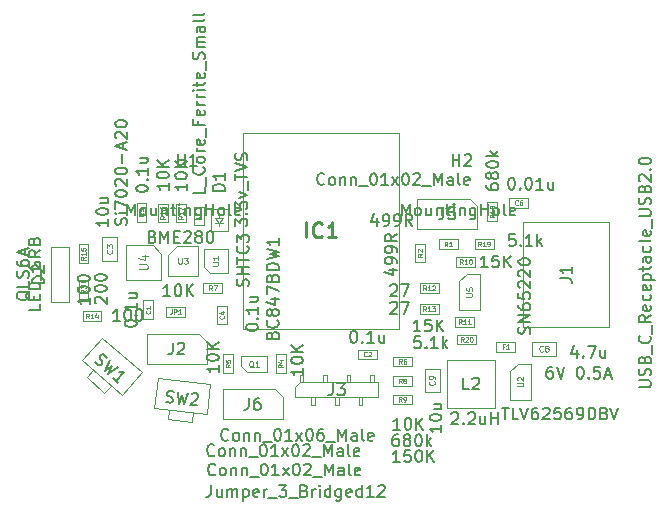
<source format=gbr>
G04 #@! TF.GenerationSoftware,KiCad,Pcbnew,(5.1.10)-1*
G04 #@! TF.CreationDate,2021-10-24T01:26:48-05:00*
G04 #@! TF.ProjectId,temp sensor,74656d70-2073-4656-9e73-6f722e6b6963,0.2*
G04 #@! TF.SameCoordinates,Original*
G04 #@! TF.FileFunction,Other,Fab,Top*
%FSLAX45Y45*%
G04 Gerber Fmt 4.5, Leading zero omitted, Abs format (unit mm)*
G04 Created by KiCad (PCBNEW (5.1.10)-1) date 2021-10-24 01:26:48*
%MOMM*%
%LPD*%
G01*
G04 APERTURE LIST*
%ADD10C,0.100000*%
%ADD11C,0.254000*%
%ADD12C,0.150000*%
%ADD13C,0.060000*%
%ADD14C,0.075000*%
%ADD15C,0.080000*%
%ADD16C,0.110000*%
G04 APERTURE END LIST*
D10*
G04 #@! TO.C,IC1*
X13373000Y-9724000D02*
X14693000Y-9724000D01*
X14693000Y-9724000D02*
X14693000Y-8064000D01*
X14693000Y-8064000D02*
X13373000Y-8064000D01*
X13373000Y-8064000D02*
X13373000Y-9724000D01*
G04 #@! TO.C,R10*
X15339812Y-9200236D02*
X15179812Y-9200236D01*
X15339812Y-9117736D02*
X15339812Y-9200236D01*
X15179812Y-9117736D02*
X15339812Y-9117736D01*
X15179812Y-9200236D02*
X15179812Y-9117736D01*
G04 #@! TO.C,SW1*
X12048690Y-10136280D02*
X12103143Y-10073639D01*
X12199632Y-10267491D02*
X12254085Y-10204850D01*
X12048690Y-10136280D02*
X12199632Y-10267491D01*
X12176755Y-9798426D02*
X12008804Y-9991631D01*
X12516375Y-10093652D02*
X12348423Y-10286858D01*
X12176755Y-9798426D02*
X12516375Y-10093652D01*
X12008804Y-9991631D02*
X12348423Y-10286858D01*
G04 #@! TO.C,J2*
X13000736Y-9769602D02*
X13064236Y-9833102D01*
X12556236Y-9769602D02*
X13000736Y-9769602D01*
X12556236Y-10023602D02*
X12556236Y-9769602D01*
X13064236Y-10023602D02*
X12556236Y-10023602D01*
X13064236Y-9833102D02*
X13064236Y-10023602D01*
G04 #@! TO.C,J3*
X14482500Y-10117500D02*
X14482500Y-10179000D01*
X14452500Y-10117500D02*
X14482500Y-10117500D01*
X14452500Y-10179000D02*
X14452500Y-10117500D01*
X14282500Y-10117500D02*
X14282500Y-10179000D01*
X14252500Y-10117500D02*
X14282500Y-10117500D01*
X14252500Y-10179000D02*
X14252500Y-10117500D01*
X14082500Y-10117500D02*
X14082500Y-10179000D01*
X14052500Y-10117500D02*
X14082500Y-10117500D01*
X14052500Y-10179000D02*
X14052500Y-10117500D01*
X13882500Y-10117500D02*
X13882500Y-10179000D01*
X13852500Y-10117500D02*
X13882500Y-10117500D01*
X13852500Y-10179000D02*
X13852500Y-10117500D01*
X14382500Y-10367500D02*
X14382500Y-10306000D01*
X14352500Y-10367500D02*
X14382500Y-10367500D01*
X14352500Y-10306000D02*
X14352500Y-10367500D01*
X14182500Y-10367500D02*
X14182500Y-10306000D01*
X14152500Y-10367500D02*
X14182500Y-10367500D01*
X14152500Y-10306000D02*
X14152500Y-10367500D01*
X13982500Y-10367500D02*
X13982500Y-10306000D01*
X13952500Y-10367500D02*
X13982500Y-10367500D01*
X13952500Y-10306000D02*
X13952500Y-10367500D01*
X13817500Y-10306000D02*
X14517500Y-10306000D01*
X13852500Y-10179000D02*
X13817500Y-10214000D01*
X14517500Y-10179000D02*
X13852500Y-10179000D01*
X13817500Y-10306000D02*
X13817500Y-10214000D01*
X14517500Y-10179000D02*
X14517500Y-10306000D01*
G04 #@! TO.C,R6*
X14805000Y-10043750D02*
X14645000Y-10043750D01*
X14805000Y-9961250D02*
X14805000Y-10043750D01*
X14645000Y-9961250D02*
X14805000Y-9961250D01*
X14645000Y-10043750D02*
X14645000Y-9961250D01*
G04 #@! TO.C,C5*
X12472500Y-8820000D02*
X12472500Y-8660000D01*
X12552500Y-8820000D02*
X12472500Y-8820000D01*
X12552500Y-8660000D02*
X12552500Y-8820000D01*
X12472500Y-8660000D02*
X12552500Y-8660000D01*
G04 #@! TO.C,R15*
X12063750Y-9010000D02*
X12063750Y-9170000D01*
X11981250Y-9010000D02*
X12063750Y-9010000D01*
X11981250Y-9170000D02*
X11981250Y-9010000D01*
X12063750Y-9170000D02*
X11981250Y-9170000D01*
G04 #@! TO.C,R16*
X12737450Y-8664300D02*
X12737450Y-8824300D01*
X12654950Y-8664300D02*
X12737450Y-8664300D01*
X12654950Y-8824300D02*
X12654950Y-8664300D01*
X12737450Y-8824300D02*
X12654950Y-8824300D01*
G04 #@! TO.C,C4*
X13235000Y-9527500D02*
X13235000Y-9687500D01*
X13155000Y-9527500D02*
X13235000Y-9527500D01*
X13155000Y-9687500D02*
X13155000Y-9527500D01*
X13235000Y-9687500D02*
X13155000Y-9687500D01*
G04 #@! TO.C,R13*
X14868662Y-9515246D02*
X15028662Y-9515246D01*
X14868662Y-9597746D02*
X14868662Y-9515246D01*
X15028662Y-9597746D02*
X14868662Y-9597746D01*
X15028662Y-9515246D02*
X15028662Y-9597746D01*
G04 #@! TO.C,R3*
X12063750Y-9310000D02*
X12063750Y-9470000D01*
X11981250Y-9310000D02*
X12063750Y-9310000D01*
X11981250Y-9470000D02*
X11981250Y-9310000D01*
X12063750Y-9470000D02*
X11981250Y-9470000D01*
G04 #@! TO.C,R2*
X14914526Y-9003222D02*
X14914526Y-9163222D01*
X14832026Y-9003222D02*
X14914526Y-9003222D01*
X14832026Y-9163222D02*
X14832026Y-9003222D01*
X14914526Y-9163222D02*
X14832026Y-9163222D01*
G04 #@! TO.C,R11*
X15169144Y-9625990D02*
X15329144Y-9625990D01*
X15169144Y-9708490D02*
X15169144Y-9625990D01*
X15329144Y-9708490D02*
X15169144Y-9708490D01*
X15329144Y-9625990D02*
X15329144Y-9708490D01*
G04 #@! TO.C,R4*
X13651250Y-10100000D02*
X13651250Y-9940000D01*
X13733750Y-10100000D02*
X13651250Y-10100000D01*
X13733750Y-9940000D02*
X13733750Y-10100000D01*
X13651250Y-9940000D02*
X13733750Y-9940000D01*
G04 #@! TO.C,R7*
X13037500Y-9338750D02*
X13197500Y-9338750D01*
X13037500Y-9421250D02*
X13037500Y-9338750D01*
X13197500Y-9421250D02*
X13037500Y-9421250D01*
X13197500Y-9338750D02*
X13197500Y-9421250D01*
G04 #@! TO.C,U2*
X15812600Y-10018970D02*
X15812600Y-10328970D01*
X15812600Y-10328970D02*
X15632600Y-10328970D01*
X15632600Y-10083970D02*
X15632600Y-10328970D01*
X15812600Y-10018970D02*
X15697600Y-10018970D01*
X15632600Y-10083970D02*
X15697600Y-10018970D01*
G04 #@! TO.C,C3*
X12182500Y-9150000D02*
X12182500Y-8950000D01*
X12307500Y-9150000D02*
X12182500Y-9150000D01*
X12307500Y-8950000D02*
X12307500Y-9150000D01*
X12182500Y-8950000D02*
X12307500Y-8950000D01*
G04 #@! TO.C,Q1*
X13357500Y-10042500D02*
X13407500Y-10092500D01*
X13577500Y-9957500D02*
X13577500Y-10092500D01*
X13357500Y-9957500D02*
X13577500Y-9957500D01*
X13407500Y-10092500D02*
X13577500Y-10092500D01*
X13357500Y-9957500D02*
X13357500Y-10042500D01*
G04 #@! TO.C,D1*
X13102500Y-8892500D02*
X13102500Y-8712500D01*
X13102500Y-8712500D02*
X13242500Y-8712500D01*
X13242500Y-8712500D02*
X13242500Y-8892500D01*
X13242500Y-8892500D02*
X13102500Y-8892500D01*
X13137500Y-8832500D02*
X13207500Y-8832500D01*
X13172500Y-8832500D02*
X13172500Y-8852500D01*
X13172500Y-8832500D02*
X13137500Y-8782500D01*
X13137500Y-8782500D02*
X13207500Y-8782500D01*
X13207500Y-8782500D02*
X13172500Y-8832500D01*
X13172500Y-8782500D02*
X13172500Y-8757500D01*
G04 #@! TO.C,U4*
X12608000Y-9013400D02*
X12683000Y-9088400D01*
X12383000Y-9013400D02*
X12608000Y-9013400D01*
X12383000Y-9313400D02*
X12383000Y-9013400D01*
X12683000Y-9313400D02*
X12383000Y-9313400D01*
X12683000Y-9088400D02*
X12683000Y-9313400D01*
G04 #@! TO.C,D2*
X11898500Y-9030000D02*
X11898500Y-9500000D01*
X11898500Y-9500000D02*
X11748500Y-9500000D01*
X11748500Y-9030000D02*
X11748500Y-9500000D01*
X11898500Y-9030000D02*
X11748500Y-9030000D01*
G04 #@! TO.C,R12*
X14869424Y-9338716D02*
X15029424Y-9338716D01*
X14869424Y-9421216D02*
X14869424Y-9338716D01*
X15029424Y-9421216D02*
X14869424Y-9421216D01*
X15029424Y-9338716D02*
X15029424Y-9421216D01*
G04 #@! TO.C,C9*
X14912832Y-10261524D02*
X14912832Y-10061524D01*
X15037832Y-10261524D02*
X14912832Y-10261524D01*
X15037832Y-10061524D02*
X15037832Y-10261524D01*
X14912832Y-10061524D02*
X15037832Y-10061524D01*
G04 #@! TO.C,R1*
X15190776Y-9049472D02*
X15030776Y-9049472D01*
X15190776Y-8966972D02*
X15190776Y-9049472D01*
X15030776Y-8966972D02*
X15190776Y-8966972D01*
X15030776Y-9049472D02*
X15030776Y-8966972D01*
G04 #@! TO.C,R9*
X14642500Y-10281250D02*
X14802500Y-10281250D01*
X14642500Y-10363750D02*
X14642500Y-10281250D01*
X14802500Y-10363750D02*
X14642500Y-10363750D01*
X14802500Y-10281250D02*
X14802500Y-10363750D01*
G04 #@! TO.C,C1*
X12530206Y-9644624D02*
X12530206Y-9484624D01*
X12610206Y-9644624D02*
X12530206Y-9644624D01*
X12610206Y-9484624D02*
X12610206Y-9644624D01*
X12530206Y-9484624D02*
X12610206Y-9484624D01*
G04 #@! TO.C,R17*
X12889850Y-8664300D02*
X12889850Y-8824300D01*
X12807350Y-8664300D02*
X12889850Y-8664300D01*
X12807350Y-8824300D02*
X12807350Y-8664300D01*
X12889850Y-8824300D02*
X12807350Y-8824300D01*
G04 #@! TO.C,R14*
X12175000Y-9658750D02*
X12015000Y-9658750D01*
X12175000Y-9576250D02*
X12175000Y-9658750D01*
X12015000Y-9576250D02*
X12175000Y-9576250D01*
X12015000Y-9658750D02*
X12015000Y-9576250D01*
G04 #@! TO.C,C8*
X16020720Y-9957324D02*
X15820720Y-9957324D01*
X16020720Y-9832324D02*
X16020720Y-9957324D01*
X15820720Y-9832324D02*
X16020720Y-9832324D01*
X15820720Y-9957324D02*
X15820720Y-9832324D01*
G04 #@! TO.C,R8*
X14802500Y-10208750D02*
X14642500Y-10208750D01*
X14802500Y-10126250D02*
X14802500Y-10208750D01*
X14642500Y-10126250D02*
X14802500Y-10126250D01*
X14642500Y-10208750D02*
X14642500Y-10126250D01*
G04 #@! TO.C,L2*
X15103300Y-10392100D02*
X15503300Y-10392100D01*
X15103300Y-9992100D02*
X15103300Y-10392100D01*
X15503300Y-9992100D02*
X15103300Y-9992100D01*
X15503300Y-10392100D02*
X15503300Y-9992100D01*
G04 #@! TO.C,J5*
X15292578Y-8623808D02*
X15356078Y-8687308D01*
X14848078Y-8623808D02*
X15292578Y-8623808D01*
X14848078Y-8877808D02*
X14848078Y-8623808D01*
X15356078Y-8877808D02*
X14848078Y-8877808D01*
X15356078Y-8687308D02*
X15356078Y-8877808D01*
G04 #@! TO.C,C2*
X14347500Y-9900000D02*
X14507500Y-9900000D01*
X14347500Y-9980000D02*
X14347500Y-9900000D01*
X14507500Y-9980000D02*
X14347500Y-9980000D01*
X14507500Y-9900000D02*
X14507500Y-9980000D01*
G04 #@! TO.C,J6*
X13646000Y-10238000D02*
X13709500Y-10301500D01*
X13201500Y-10238000D02*
X13646000Y-10238000D01*
X13201500Y-10492000D02*
X13201500Y-10238000D01*
X13709500Y-10492000D02*
X13201500Y-10492000D01*
X13709500Y-10301500D02*
X13709500Y-10492000D01*
G04 #@! TO.C,R5*
X13288750Y-9940000D02*
X13288750Y-10100000D01*
X13206250Y-9940000D02*
X13288750Y-9940000D01*
X13206250Y-10100000D02*
X13206250Y-9940000D01*
X13288750Y-10100000D02*
X13206250Y-10100000D01*
G04 #@! TO.C,U3*
X12988200Y-9275700D02*
X12738200Y-9275700D01*
X12988200Y-9025700D02*
X12988200Y-9275700D01*
X12813200Y-9025700D02*
X12988200Y-9025700D01*
X12738200Y-9275700D02*
X12738200Y-9100700D01*
X12738200Y-9100700D02*
X12813200Y-9025700D01*
G04 #@! TO.C,L1*
X12960000Y-8850000D02*
X12960000Y-8690000D01*
X13040000Y-8850000D02*
X12960000Y-8850000D01*
X13040000Y-8690000D02*
X13040000Y-8850000D01*
X12960000Y-8690000D02*
X13040000Y-8690000D01*
G04 #@! TO.C,U5*
X15381308Y-9259002D02*
X15381308Y-9569002D01*
X15381308Y-9569002D02*
X15201308Y-9569002D01*
X15201308Y-9324002D02*
X15201308Y-9569002D01*
X15381308Y-9259002D02*
X15266308Y-9259002D01*
X15201308Y-9324002D02*
X15266308Y-9259002D01*
G04 #@! TO.C,U1*
X13092600Y-9250700D02*
X13042600Y-9200700D01*
X13242600Y-9250700D02*
X13092600Y-9250700D01*
X13242600Y-9050700D02*
X13242600Y-9250700D01*
X13042600Y-9050700D02*
X13242600Y-9050700D01*
X13042600Y-9200700D02*
X13042600Y-9050700D01*
G04 #@! TO.C,SW2*
X12738396Y-10491517D02*
X12747072Y-10408972D01*
X12937301Y-10512423D02*
X12945977Y-10429878D01*
X12738396Y-10491517D02*
X12937301Y-10512423D01*
X12649516Y-10141308D02*
X12622757Y-10395906D01*
X13097051Y-10188346D02*
X13070292Y-10442944D01*
X12649516Y-10141308D02*
X13097051Y-10188346D01*
X12622757Y-10395906D02*
X13070292Y-10442944D01*
G04 #@! TO.C,C6*
X15626852Y-8618352D02*
X15786852Y-8618352D01*
X15626852Y-8698352D02*
X15626852Y-8618352D01*
X15786852Y-8698352D02*
X15626852Y-8698352D01*
X15786852Y-8618352D02*
X15786852Y-8698352D01*
G04 #@! TO.C,J1*
X15744696Y-9711396D02*
X15744696Y-8817396D01*
X15744696Y-9711396D02*
X16474696Y-9711396D01*
X16474696Y-9711396D02*
X16474696Y-8817396D01*
X15744696Y-8817396D02*
X16474696Y-8817396D01*
G04 #@! TO.C,R18*
X15442590Y-8652774D02*
X15525090Y-8652774D01*
X15525090Y-8652774D02*
X15525090Y-8812774D01*
X15525090Y-8812774D02*
X15442590Y-8812774D01*
X15442590Y-8812774D02*
X15442590Y-8652774D01*
G04 #@! TO.C,R19*
X15494498Y-9049106D02*
X15334498Y-9049106D01*
X15494498Y-8966606D02*
X15494498Y-9049106D01*
X15334498Y-8966606D02*
X15494498Y-8966606D01*
X15334498Y-9049106D02*
X15334498Y-8966606D01*
G04 #@! TO.C,R20*
X15187686Y-9774834D02*
X15347686Y-9774834D01*
X15187686Y-9857334D02*
X15187686Y-9774834D01*
X15347686Y-9857334D02*
X15187686Y-9857334D01*
X15347686Y-9774834D02*
X15347686Y-9857334D01*
G04 #@! TO.C,F1*
X15677886Y-9837806D02*
X15677886Y-9917806D01*
X15677886Y-9917806D02*
X15517886Y-9917806D01*
X15517886Y-9917806D02*
X15517886Y-9837806D01*
X15517886Y-9837806D02*
X15677886Y-9837806D01*
G04 #@! TO.C,JP1*
X12722616Y-9621876D02*
X12722616Y-9539376D01*
X12722616Y-9539376D02*
X12882616Y-9539376D01*
X12882616Y-9539376D02*
X12882616Y-9621876D01*
X12882616Y-9621876D02*
X12722616Y-9621876D01*
G04 #@! TD*
G04 #@! TO.C,IC1*
D11*
X13909024Y-8951452D02*
X13909024Y-8824452D01*
X14042071Y-8939357D02*
X14036024Y-8945405D01*
X14017881Y-8951452D01*
X14005786Y-8951452D01*
X13987643Y-8945405D01*
X13975548Y-8933310D01*
X13969500Y-8921214D01*
X13963452Y-8897024D01*
X13963452Y-8878881D01*
X13969500Y-8854690D01*
X13975548Y-8842595D01*
X13987643Y-8830500D01*
X14005786Y-8824452D01*
X14017881Y-8824452D01*
X14036024Y-8830500D01*
X14042071Y-8836548D01*
X14163024Y-8951452D02*
X14090452Y-8951452D01*
X14126738Y-8951452D02*
X14126738Y-8824452D01*
X14114643Y-8842595D01*
X14102548Y-8854690D01*
X14090452Y-8860738D01*
G04 #@! TO.C,R10*
D12*
X15443952Y-9204238D02*
X15386809Y-9204238D01*
X15415381Y-9204238D02*
X15415381Y-9104238D01*
X15405857Y-9118524D01*
X15396333Y-9128048D01*
X15386809Y-9132810D01*
X15534428Y-9104238D02*
X15486809Y-9104238D01*
X15482048Y-9151857D01*
X15486809Y-9147095D01*
X15496333Y-9142333D01*
X15520143Y-9142333D01*
X15529667Y-9147095D01*
X15534428Y-9151857D01*
X15539190Y-9161381D01*
X15539190Y-9185190D01*
X15534428Y-9194714D01*
X15529667Y-9199476D01*
X15520143Y-9204238D01*
X15496333Y-9204238D01*
X15486809Y-9199476D01*
X15482048Y-9194714D01*
X15582048Y-9204238D02*
X15582048Y-9104238D01*
X15639190Y-9204238D02*
X15596333Y-9147095D01*
X15639190Y-9104238D02*
X15582048Y-9161381D01*
D13*
X15234098Y-9177081D02*
X15220764Y-9158034D01*
X15211240Y-9177081D02*
X15211240Y-9137081D01*
X15226479Y-9137081D01*
X15230288Y-9138986D01*
X15232193Y-9140891D01*
X15234098Y-9144700D01*
X15234098Y-9150415D01*
X15232193Y-9154224D01*
X15230288Y-9156129D01*
X15226479Y-9158034D01*
X15211240Y-9158034D01*
X15272193Y-9177081D02*
X15249336Y-9177081D01*
X15260764Y-9177081D02*
X15260764Y-9137081D01*
X15256955Y-9142796D01*
X15253145Y-9146605D01*
X15249336Y-9148510D01*
X15296955Y-9137081D02*
X15300764Y-9137081D01*
X15304574Y-9138986D01*
X15306479Y-9140891D01*
X15308383Y-9144700D01*
X15310288Y-9152319D01*
X15310288Y-9161843D01*
X15308383Y-9169462D01*
X15306479Y-9173272D01*
X15304574Y-9175176D01*
X15300764Y-9177081D01*
X15296955Y-9177081D01*
X15293145Y-9175176D01*
X15291240Y-9173272D01*
X15289336Y-9169462D01*
X15287431Y-9161843D01*
X15287431Y-9152319D01*
X15289336Y-9144700D01*
X15291240Y-9140891D01*
X15293145Y-9138986D01*
X15296955Y-9137081D01*
G04 #@! TO.C,SW1*
D12*
X12120317Y-10003073D02*
X12127975Y-10016039D01*
X12145944Y-10031660D01*
X12156256Y-10034314D01*
X12162974Y-10033844D01*
X12172816Y-10029781D01*
X12179064Y-10022593D01*
X12181718Y-10012281D01*
X12181248Y-10005563D01*
X12177185Y-9995721D01*
X12165934Y-9979631D01*
X12161870Y-9969789D01*
X12161400Y-9963071D01*
X12164054Y-9952759D01*
X12170303Y-9945572D01*
X12180145Y-9941508D01*
X12186863Y-9941038D01*
X12197174Y-9943692D01*
X12215144Y-9959313D01*
X12222801Y-9972279D01*
X12251082Y-9990554D02*
X12203446Y-10081645D01*
X12264682Y-10040234D01*
X12232196Y-10106638D01*
X12315772Y-10046787D01*
X12318449Y-10181616D02*
X12275323Y-10144127D01*
X12296886Y-10162872D02*
X12362492Y-10087401D01*
X12345932Y-10091934D01*
X12332496Y-10092874D01*
X12322184Y-10090219D01*
G04 #@! TO.C,J2*
X13138667Y-10956714D02*
X13133905Y-10961476D01*
X13119619Y-10966238D01*
X13110095Y-10966238D01*
X13095809Y-10961476D01*
X13086286Y-10951952D01*
X13081524Y-10942429D01*
X13076762Y-10923381D01*
X13076762Y-10909095D01*
X13081524Y-10890048D01*
X13086286Y-10880524D01*
X13095809Y-10871000D01*
X13110095Y-10866238D01*
X13119619Y-10866238D01*
X13133905Y-10871000D01*
X13138667Y-10875762D01*
X13195809Y-10966238D02*
X13186286Y-10961476D01*
X13181524Y-10956714D01*
X13176762Y-10947190D01*
X13176762Y-10918619D01*
X13181524Y-10909095D01*
X13186286Y-10904333D01*
X13195809Y-10899571D01*
X13210095Y-10899571D01*
X13219619Y-10904333D01*
X13224381Y-10909095D01*
X13229143Y-10918619D01*
X13229143Y-10947190D01*
X13224381Y-10956714D01*
X13219619Y-10961476D01*
X13210095Y-10966238D01*
X13195809Y-10966238D01*
X13272000Y-10899571D02*
X13272000Y-10966238D01*
X13272000Y-10909095D02*
X13276762Y-10904333D01*
X13286286Y-10899571D01*
X13300571Y-10899571D01*
X13310095Y-10904333D01*
X13314857Y-10913857D01*
X13314857Y-10966238D01*
X13362476Y-10899571D02*
X13362476Y-10966238D01*
X13362476Y-10909095D02*
X13367238Y-10904333D01*
X13376762Y-10899571D01*
X13391048Y-10899571D01*
X13400571Y-10904333D01*
X13405333Y-10913857D01*
X13405333Y-10966238D01*
X13429143Y-10975762D02*
X13505333Y-10975762D01*
X13548190Y-10866238D02*
X13557714Y-10866238D01*
X13567238Y-10871000D01*
X13572000Y-10875762D01*
X13576762Y-10885286D01*
X13581524Y-10904333D01*
X13581524Y-10928143D01*
X13576762Y-10947190D01*
X13572000Y-10956714D01*
X13567238Y-10961476D01*
X13557714Y-10966238D01*
X13548190Y-10966238D01*
X13538667Y-10961476D01*
X13533905Y-10956714D01*
X13529143Y-10947190D01*
X13524381Y-10928143D01*
X13524381Y-10904333D01*
X13529143Y-10885286D01*
X13533905Y-10875762D01*
X13538667Y-10871000D01*
X13548190Y-10866238D01*
X13676762Y-10966238D02*
X13619619Y-10966238D01*
X13648190Y-10966238D02*
X13648190Y-10866238D01*
X13638667Y-10880524D01*
X13629143Y-10890048D01*
X13619619Y-10894810D01*
X13710095Y-10966238D02*
X13762476Y-10899571D01*
X13710095Y-10899571D02*
X13762476Y-10966238D01*
X13819619Y-10866238D02*
X13829143Y-10866238D01*
X13838667Y-10871000D01*
X13843428Y-10875762D01*
X13848190Y-10885286D01*
X13852952Y-10904333D01*
X13852952Y-10928143D01*
X13848190Y-10947190D01*
X13843428Y-10956714D01*
X13838667Y-10961476D01*
X13829143Y-10966238D01*
X13819619Y-10966238D01*
X13810095Y-10961476D01*
X13805333Y-10956714D01*
X13800571Y-10947190D01*
X13795809Y-10928143D01*
X13795809Y-10904333D01*
X13800571Y-10885286D01*
X13805333Y-10875762D01*
X13810095Y-10871000D01*
X13819619Y-10866238D01*
X13891048Y-10875762D02*
X13895809Y-10871000D01*
X13905333Y-10866238D01*
X13929143Y-10866238D01*
X13938667Y-10871000D01*
X13943428Y-10875762D01*
X13948190Y-10885286D01*
X13948190Y-10894810D01*
X13943428Y-10909095D01*
X13886286Y-10966238D01*
X13948190Y-10966238D01*
X13967238Y-10975762D02*
X14043428Y-10975762D01*
X14067238Y-10966238D02*
X14067238Y-10866238D01*
X14100571Y-10937667D01*
X14133905Y-10866238D01*
X14133905Y-10966238D01*
X14224381Y-10966238D02*
X14224381Y-10913857D01*
X14219619Y-10904333D01*
X14210095Y-10899571D01*
X14191048Y-10899571D01*
X14181524Y-10904333D01*
X14224381Y-10961476D02*
X14214857Y-10966238D01*
X14191048Y-10966238D01*
X14181524Y-10961476D01*
X14176762Y-10951952D01*
X14176762Y-10942429D01*
X14181524Y-10932905D01*
X14191048Y-10928143D01*
X14214857Y-10928143D01*
X14224381Y-10923381D01*
X14286286Y-10966238D02*
X14276762Y-10961476D01*
X14272000Y-10951952D01*
X14272000Y-10866238D01*
X14362476Y-10961476D02*
X14352952Y-10966238D01*
X14333905Y-10966238D01*
X14324381Y-10961476D01*
X14319619Y-10951952D01*
X14319619Y-10913857D01*
X14324381Y-10904333D01*
X14333905Y-10899571D01*
X14352952Y-10899571D01*
X14362476Y-10904333D01*
X14367238Y-10913857D01*
X14367238Y-10923381D01*
X14319619Y-10932905D01*
X12776903Y-9841840D02*
X12776903Y-9913269D01*
X12772141Y-9927554D01*
X12762617Y-9937078D01*
X12748331Y-9941840D01*
X12738807Y-9941840D01*
X12819760Y-9851364D02*
X12824522Y-9846602D01*
X12834045Y-9841840D01*
X12857855Y-9841840D01*
X12867379Y-9846602D01*
X12872141Y-9851364D01*
X12876903Y-9860888D01*
X12876903Y-9870412D01*
X12872141Y-9884697D01*
X12814998Y-9941840D01*
X12876903Y-9941840D01*
G04 #@! TO.C,J3*
X13249667Y-10662714D02*
X13244905Y-10667476D01*
X13230619Y-10672238D01*
X13221095Y-10672238D01*
X13206809Y-10667476D01*
X13197286Y-10657952D01*
X13192524Y-10648429D01*
X13187762Y-10629381D01*
X13187762Y-10615095D01*
X13192524Y-10596048D01*
X13197286Y-10586524D01*
X13206809Y-10577000D01*
X13221095Y-10572238D01*
X13230619Y-10572238D01*
X13244905Y-10577000D01*
X13249667Y-10581762D01*
X13306809Y-10672238D02*
X13297286Y-10667476D01*
X13292524Y-10662714D01*
X13287762Y-10653190D01*
X13287762Y-10624619D01*
X13292524Y-10615095D01*
X13297286Y-10610333D01*
X13306809Y-10605571D01*
X13321095Y-10605571D01*
X13330619Y-10610333D01*
X13335381Y-10615095D01*
X13340143Y-10624619D01*
X13340143Y-10653190D01*
X13335381Y-10662714D01*
X13330619Y-10667476D01*
X13321095Y-10672238D01*
X13306809Y-10672238D01*
X13383000Y-10605571D02*
X13383000Y-10672238D01*
X13383000Y-10615095D02*
X13387762Y-10610333D01*
X13397286Y-10605571D01*
X13411571Y-10605571D01*
X13421095Y-10610333D01*
X13425857Y-10619857D01*
X13425857Y-10672238D01*
X13473476Y-10605571D02*
X13473476Y-10672238D01*
X13473476Y-10615095D02*
X13478238Y-10610333D01*
X13487762Y-10605571D01*
X13502048Y-10605571D01*
X13511571Y-10610333D01*
X13516333Y-10619857D01*
X13516333Y-10672238D01*
X13540143Y-10681762D02*
X13616333Y-10681762D01*
X13659190Y-10572238D02*
X13668714Y-10572238D01*
X13678238Y-10577000D01*
X13683000Y-10581762D01*
X13687762Y-10591286D01*
X13692524Y-10610333D01*
X13692524Y-10634143D01*
X13687762Y-10653190D01*
X13683000Y-10662714D01*
X13678238Y-10667476D01*
X13668714Y-10672238D01*
X13659190Y-10672238D01*
X13649667Y-10667476D01*
X13644905Y-10662714D01*
X13640143Y-10653190D01*
X13635381Y-10634143D01*
X13635381Y-10610333D01*
X13640143Y-10591286D01*
X13644905Y-10581762D01*
X13649667Y-10577000D01*
X13659190Y-10572238D01*
X13787762Y-10672238D02*
X13730619Y-10672238D01*
X13759190Y-10672238D02*
X13759190Y-10572238D01*
X13749667Y-10586524D01*
X13740143Y-10596048D01*
X13730619Y-10600810D01*
X13821095Y-10672238D02*
X13873476Y-10605571D01*
X13821095Y-10605571D02*
X13873476Y-10672238D01*
X13930619Y-10572238D02*
X13940143Y-10572238D01*
X13949667Y-10577000D01*
X13954428Y-10581762D01*
X13959190Y-10591286D01*
X13963952Y-10610333D01*
X13963952Y-10634143D01*
X13959190Y-10653190D01*
X13954428Y-10662714D01*
X13949667Y-10667476D01*
X13940143Y-10672238D01*
X13930619Y-10672238D01*
X13921095Y-10667476D01*
X13916333Y-10662714D01*
X13911571Y-10653190D01*
X13906809Y-10634143D01*
X13906809Y-10610333D01*
X13911571Y-10591286D01*
X13916333Y-10581762D01*
X13921095Y-10577000D01*
X13930619Y-10572238D01*
X14049667Y-10572238D02*
X14030619Y-10572238D01*
X14021095Y-10577000D01*
X14016333Y-10581762D01*
X14006809Y-10596048D01*
X14002048Y-10615095D01*
X14002048Y-10653190D01*
X14006809Y-10662714D01*
X14011571Y-10667476D01*
X14021095Y-10672238D01*
X14040143Y-10672238D01*
X14049667Y-10667476D01*
X14054428Y-10662714D01*
X14059190Y-10653190D01*
X14059190Y-10629381D01*
X14054428Y-10619857D01*
X14049667Y-10615095D01*
X14040143Y-10610333D01*
X14021095Y-10610333D01*
X14011571Y-10615095D01*
X14006809Y-10619857D01*
X14002048Y-10629381D01*
X14078238Y-10681762D02*
X14154428Y-10681762D01*
X14178238Y-10672238D02*
X14178238Y-10572238D01*
X14211571Y-10643667D01*
X14244905Y-10572238D01*
X14244905Y-10672238D01*
X14335381Y-10672238D02*
X14335381Y-10619857D01*
X14330619Y-10610333D01*
X14321095Y-10605571D01*
X14302048Y-10605571D01*
X14292524Y-10610333D01*
X14335381Y-10667476D02*
X14325857Y-10672238D01*
X14302048Y-10672238D01*
X14292524Y-10667476D01*
X14287762Y-10657952D01*
X14287762Y-10648429D01*
X14292524Y-10638905D01*
X14302048Y-10634143D01*
X14325857Y-10634143D01*
X14335381Y-10629381D01*
X14397286Y-10672238D02*
X14387762Y-10667476D01*
X14383000Y-10657952D01*
X14383000Y-10572238D01*
X14473476Y-10667476D02*
X14463952Y-10672238D01*
X14444905Y-10672238D01*
X14435381Y-10667476D01*
X14430619Y-10657952D01*
X14430619Y-10619857D01*
X14435381Y-10610333D01*
X14444905Y-10605571D01*
X14463952Y-10605571D01*
X14473476Y-10610333D01*
X14478238Y-10619857D01*
X14478238Y-10629381D01*
X14430619Y-10638905D01*
X14134167Y-10187738D02*
X14134167Y-10259167D01*
X14129405Y-10273452D01*
X14119881Y-10282976D01*
X14105595Y-10287738D01*
X14096071Y-10287738D01*
X14172262Y-10187738D02*
X14234167Y-10187738D01*
X14200833Y-10225833D01*
X14215119Y-10225833D01*
X14224643Y-10230595D01*
X14229405Y-10235357D01*
X14234167Y-10244881D01*
X14234167Y-10268690D01*
X14229405Y-10278214D01*
X14224643Y-10282976D01*
X14215119Y-10287738D01*
X14186548Y-10287738D01*
X14177024Y-10282976D01*
X14172262Y-10278214D01*
G04 #@! TO.C,R6*
X14702952Y-10579238D02*
X14645809Y-10579238D01*
X14674381Y-10579238D02*
X14674381Y-10479238D01*
X14664857Y-10493524D01*
X14655333Y-10503048D01*
X14645809Y-10507810D01*
X14764857Y-10479238D02*
X14774381Y-10479238D01*
X14783905Y-10484000D01*
X14788667Y-10488762D01*
X14793428Y-10498286D01*
X14798190Y-10517333D01*
X14798190Y-10541143D01*
X14793428Y-10560190D01*
X14788667Y-10569714D01*
X14783905Y-10574476D01*
X14774381Y-10579238D01*
X14764857Y-10579238D01*
X14755333Y-10574476D01*
X14750571Y-10569714D01*
X14745809Y-10560190D01*
X14741048Y-10541143D01*
X14741048Y-10517333D01*
X14745809Y-10498286D01*
X14750571Y-10488762D01*
X14755333Y-10484000D01*
X14764857Y-10479238D01*
X14841048Y-10579238D02*
X14841048Y-10479238D01*
X14898190Y-10579238D02*
X14855333Y-10522095D01*
X14898190Y-10479238D02*
X14841048Y-10536381D01*
D13*
X14718333Y-10020595D02*
X14705000Y-10001548D01*
X14695476Y-10020595D02*
X14695476Y-9980595D01*
X14710714Y-9980595D01*
X14714524Y-9982500D01*
X14716428Y-9984405D01*
X14718333Y-9988214D01*
X14718333Y-9993929D01*
X14716428Y-9997738D01*
X14714524Y-9999643D01*
X14710714Y-10001548D01*
X14695476Y-10001548D01*
X14752619Y-9980595D02*
X14745000Y-9980595D01*
X14741190Y-9982500D01*
X14739286Y-9984405D01*
X14735476Y-9990119D01*
X14733571Y-9997738D01*
X14733571Y-10012976D01*
X14735476Y-10016786D01*
X14737381Y-10018690D01*
X14741190Y-10020595D01*
X14748809Y-10020595D01*
X14752619Y-10018690D01*
X14754524Y-10016786D01*
X14756428Y-10012976D01*
X14756428Y-10003452D01*
X14754524Y-9999643D01*
X14752619Y-9997738D01*
X14748809Y-9995833D01*
X14741190Y-9995833D01*
X14737381Y-9997738D01*
X14735476Y-9999643D01*
X14733571Y-10003452D01*
G04 #@! TO.C,C5*
D12*
X12467238Y-8540429D02*
X12467238Y-8530905D01*
X12472000Y-8521381D01*
X12476762Y-8516619D01*
X12486286Y-8511857D01*
X12505333Y-8507095D01*
X12529143Y-8507095D01*
X12548190Y-8511857D01*
X12557714Y-8516619D01*
X12562476Y-8521381D01*
X12567238Y-8530905D01*
X12567238Y-8540429D01*
X12562476Y-8549952D01*
X12557714Y-8554714D01*
X12548190Y-8559476D01*
X12529143Y-8564238D01*
X12505333Y-8564238D01*
X12486286Y-8559476D01*
X12476762Y-8554714D01*
X12472000Y-8549952D01*
X12467238Y-8540429D01*
X12557714Y-8464238D02*
X12562476Y-8459476D01*
X12567238Y-8464238D01*
X12562476Y-8469000D01*
X12557714Y-8464238D01*
X12567238Y-8464238D01*
X12567238Y-8364238D02*
X12567238Y-8421381D01*
X12567238Y-8392810D02*
X12467238Y-8392810D01*
X12481524Y-8402333D01*
X12491048Y-8411857D01*
X12495809Y-8421381D01*
X12500571Y-8278524D02*
X12567238Y-8278524D01*
X12500571Y-8321381D02*
X12552952Y-8321381D01*
X12562476Y-8316619D01*
X12567238Y-8307095D01*
X12567238Y-8292809D01*
X12562476Y-8283286D01*
X12557714Y-8278524D01*
D13*
X12526786Y-8746667D02*
X12528690Y-8748571D01*
X12530595Y-8754286D01*
X12530595Y-8758095D01*
X12528690Y-8763810D01*
X12524881Y-8767619D01*
X12521071Y-8769524D01*
X12513452Y-8771429D01*
X12507738Y-8771429D01*
X12500119Y-8769524D01*
X12496309Y-8767619D01*
X12492500Y-8763810D01*
X12490595Y-8758095D01*
X12490595Y-8754286D01*
X12492500Y-8748571D01*
X12494405Y-8746667D01*
X12490595Y-8710476D02*
X12490595Y-8729524D01*
X12509643Y-8731429D01*
X12507738Y-8729524D01*
X12505833Y-8725714D01*
X12505833Y-8716190D01*
X12507738Y-8712381D01*
X12509643Y-8710476D01*
X12513452Y-8708571D01*
X12522976Y-8708571D01*
X12526786Y-8710476D01*
X12528690Y-8712381D01*
X12530595Y-8716190D01*
X12530595Y-8725714D01*
X12528690Y-8729524D01*
X12526786Y-8731429D01*
G04 #@! TO.C,R15*
D12*
X12074238Y-9460667D02*
X12074238Y-9517810D01*
X12074238Y-9489238D02*
X11974238Y-9489238D01*
X11988524Y-9498762D01*
X11998048Y-9508286D01*
X12002809Y-9517810D01*
X11974238Y-9398762D02*
X11974238Y-9389238D01*
X11979000Y-9379714D01*
X11983762Y-9374952D01*
X11993286Y-9370190D01*
X12012333Y-9365429D01*
X12036143Y-9365429D01*
X12055190Y-9370190D01*
X12064714Y-9374952D01*
X12069476Y-9379714D01*
X12074238Y-9389238D01*
X12074238Y-9398762D01*
X12069476Y-9408286D01*
X12064714Y-9413048D01*
X12055190Y-9417810D01*
X12036143Y-9422571D01*
X12012333Y-9422571D01*
X11993286Y-9417810D01*
X11983762Y-9413048D01*
X11979000Y-9408286D01*
X11974238Y-9398762D01*
X11974238Y-9303524D02*
X11974238Y-9294000D01*
X11979000Y-9284476D01*
X11983762Y-9279714D01*
X11993286Y-9274952D01*
X12012333Y-9270190D01*
X12036143Y-9270190D01*
X12055190Y-9274952D01*
X12064714Y-9279714D01*
X12069476Y-9284476D01*
X12074238Y-9294000D01*
X12074238Y-9303524D01*
X12069476Y-9313048D01*
X12064714Y-9317810D01*
X12055190Y-9322571D01*
X12036143Y-9327333D01*
X12012333Y-9327333D01*
X11993286Y-9322571D01*
X11983762Y-9317810D01*
X11979000Y-9313048D01*
X11974238Y-9303524D01*
D13*
X12040595Y-9115714D02*
X12021548Y-9129048D01*
X12040595Y-9138571D02*
X12000595Y-9138571D01*
X12000595Y-9123333D01*
X12002500Y-9119524D01*
X12004405Y-9117619D01*
X12008214Y-9115714D01*
X12013928Y-9115714D01*
X12017738Y-9117619D01*
X12019643Y-9119524D01*
X12021548Y-9123333D01*
X12021548Y-9138571D01*
X12040595Y-9077619D02*
X12040595Y-9100476D01*
X12040595Y-9089048D02*
X12000595Y-9089048D01*
X12006309Y-9092857D01*
X12010119Y-9096667D01*
X12012024Y-9100476D01*
X12000595Y-9041429D02*
X12000595Y-9060476D01*
X12019643Y-9062381D01*
X12017738Y-9060476D01*
X12015833Y-9056667D01*
X12015833Y-9047143D01*
X12017738Y-9043333D01*
X12019643Y-9041429D01*
X12023452Y-9039524D01*
X12032976Y-9039524D01*
X12036786Y-9041429D01*
X12038690Y-9043333D01*
X12040595Y-9047143D01*
X12040595Y-9056667D01*
X12038690Y-9060476D01*
X12036786Y-9062381D01*
G04 #@! TO.C,R16*
D12*
X12744238Y-8490048D02*
X12744238Y-8547190D01*
X12744238Y-8518619D02*
X12644238Y-8518619D01*
X12658524Y-8528143D01*
X12668048Y-8537667D01*
X12672809Y-8547190D01*
X12644238Y-8428143D02*
X12644238Y-8418619D01*
X12649000Y-8409095D01*
X12653762Y-8404333D01*
X12663286Y-8399571D01*
X12682333Y-8394810D01*
X12706143Y-8394810D01*
X12725190Y-8399571D01*
X12734714Y-8404333D01*
X12739476Y-8409095D01*
X12744238Y-8418619D01*
X12744238Y-8428143D01*
X12739476Y-8437667D01*
X12734714Y-8442429D01*
X12725190Y-8447190D01*
X12706143Y-8451952D01*
X12682333Y-8451952D01*
X12663286Y-8447190D01*
X12653762Y-8442429D01*
X12649000Y-8437667D01*
X12644238Y-8428143D01*
X12744238Y-8351952D02*
X12644238Y-8351952D01*
X12744238Y-8294809D02*
X12687095Y-8337667D01*
X12644238Y-8294809D02*
X12701381Y-8351952D01*
D13*
X12714295Y-8770014D02*
X12695248Y-8783348D01*
X12714295Y-8792871D02*
X12674295Y-8792871D01*
X12674295Y-8777633D01*
X12676200Y-8773824D01*
X12678105Y-8771919D01*
X12681914Y-8770014D01*
X12687628Y-8770014D01*
X12691438Y-8771919D01*
X12693343Y-8773824D01*
X12695248Y-8777633D01*
X12695248Y-8792871D01*
X12714295Y-8731919D02*
X12714295Y-8754776D01*
X12714295Y-8743348D02*
X12674295Y-8743348D01*
X12680009Y-8747157D01*
X12683819Y-8750967D01*
X12685724Y-8754776D01*
X12674295Y-8697633D02*
X12674295Y-8705252D01*
X12676200Y-8709062D01*
X12678105Y-8710967D01*
X12683819Y-8714776D01*
X12691438Y-8716681D01*
X12706676Y-8716681D01*
X12710486Y-8714776D01*
X12712390Y-8712871D01*
X12714295Y-8709062D01*
X12714295Y-8701443D01*
X12712390Y-8697633D01*
X12710486Y-8695729D01*
X12706676Y-8693824D01*
X12697152Y-8693824D01*
X12693343Y-8695729D01*
X12691438Y-8697633D01*
X12689533Y-8701443D01*
X12689533Y-8709062D01*
X12691438Y-8712871D01*
X12693343Y-8714776D01*
X12697152Y-8716681D01*
G04 #@! TO.C,C4*
D12*
X13398238Y-9715429D02*
X13398238Y-9705905D01*
X13403000Y-9696381D01*
X13407762Y-9691619D01*
X13417286Y-9686857D01*
X13436333Y-9682095D01*
X13460143Y-9682095D01*
X13479190Y-9686857D01*
X13488714Y-9691619D01*
X13493476Y-9696381D01*
X13498238Y-9705905D01*
X13498238Y-9715429D01*
X13493476Y-9724952D01*
X13488714Y-9729714D01*
X13479190Y-9734476D01*
X13460143Y-9739238D01*
X13436333Y-9739238D01*
X13417286Y-9734476D01*
X13407762Y-9729714D01*
X13403000Y-9724952D01*
X13398238Y-9715429D01*
X13488714Y-9639238D02*
X13493476Y-9634476D01*
X13498238Y-9639238D01*
X13493476Y-9644000D01*
X13488714Y-9639238D01*
X13498238Y-9639238D01*
X13498238Y-9539238D02*
X13498238Y-9596381D01*
X13498238Y-9567810D02*
X13398238Y-9567810D01*
X13412524Y-9577333D01*
X13422048Y-9586857D01*
X13426809Y-9596381D01*
X13431571Y-9453524D02*
X13498238Y-9453524D01*
X13431571Y-9496381D02*
X13483952Y-9496381D01*
X13493476Y-9491619D01*
X13498238Y-9482095D01*
X13498238Y-9467810D01*
X13493476Y-9458286D01*
X13488714Y-9453524D01*
D13*
X13209286Y-9614167D02*
X13211190Y-9616071D01*
X13213095Y-9621786D01*
X13213095Y-9625595D01*
X13211190Y-9631310D01*
X13207381Y-9635119D01*
X13203571Y-9637024D01*
X13195952Y-9638929D01*
X13190238Y-9638929D01*
X13182619Y-9637024D01*
X13178809Y-9635119D01*
X13175000Y-9631310D01*
X13173095Y-9625595D01*
X13173095Y-9621786D01*
X13175000Y-9616071D01*
X13176905Y-9614167D01*
X13186428Y-9579881D02*
X13213095Y-9579881D01*
X13171190Y-9589405D02*
X13199762Y-9598929D01*
X13199762Y-9574167D01*
G04 #@! TO.C,R13*
D12*
X14620809Y-9506762D02*
X14625571Y-9502000D01*
X14635095Y-9497238D01*
X14658905Y-9497238D01*
X14668428Y-9502000D01*
X14673190Y-9506762D01*
X14677952Y-9516286D01*
X14677952Y-9525810D01*
X14673190Y-9540095D01*
X14616048Y-9597238D01*
X14677952Y-9597238D01*
X14711286Y-9497238D02*
X14777952Y-9497238D01*
X14735095Y-9597238D01*
D13*
X14922948Y-9574591D02*
X14909614Y-9555544D01*
X14900090Y-9574591D02*
X14900090Y-9534591D01*
X14915329Y-9534591D01*
X14919138Y-9536496D01*
X14921043Y-9538401D01*
X14922948Y-9542210D01*
X14922948Y-9547925D01*
X14921043Y-9551734D01*
X14919138Y-9553639D01*
X14915329Y-9555544D01*
X14900090Y-9555544D01*
X14961043Y-9574591D02*
X14938186Y-9574591D01*
X14949614Y-9574591D02*
X14949614Y-9534591D01*
X14945805Y-9540306D01*
X14941995Y-9544115D01*
X14938186Y-9546020D01*
X14974376Y-9534591D02*
X14999138Y-9534591D01*
X14985805Y-9549829D01*
X14991519Y-9549829D01*
X14995329Y-9551734D01*
X14997233Y-9553639D01*
X14999138Y-9557448D01*
X14999138Y-9566972D01*
X14997233Y-9570782D01*
X14995329Y-9572686D01*
X14991519Y-9574591D01*
X14980090Y-9574591D01*
X14976281Y-9572686D01*
X14974376Y-9570782D01*
G04 #@! TO.C,R3*
D12*
X12127762Y-9508810D02*
X12123000Y-9504048D01*
X12118238Y-9494524D01*
X12118238Y-9470714D01*
X12123000Y-9461190D01*
X12127762Y-9456429D01*
X12137286Y-9451667D01*
X12146809Y-9451667D01*
X12161095Y-9456429D01*
X12218238Y-9513571D01*
X12218238Y-9451667D01*
X12118238Y-9389762D02*
X12118238Y-9380238D01*
X12123000Y-9370714D01*
X12127762Y-9365952D01*
X12137286Y-9361190D01*
X12156333Y-9356429D01*
X12180143Y-9356429D01*
X12199190Y-9361190D01*
X12208714Y-9365952D01*
X12213476Y-9370714D01*
X12218238Y-9380238D01*
X12218238Y-9389762D01*
X12213476Y-9399286D01*
X12208714Y-9404048D01*
X12199190Y-9408810D01*
X12180143Y-9413571D01*
X12156333Y-9413571D01*
X12137286Y-9408810D01*
X12127762Y-9404048D01*
X12123000Y-9399286D01*
X12118238Y-9389762D01*
X12118238Y-9294524D02*
X12118238Y-9285000D01*
X12123000Y-9275476D01*
X12127762Y-9270714D01*
X12137286Y-9265952D01*
X12156333Y-9261190D01*
X12180143Y-9261190D01*
X12199190Y-9265952D01*
X12208714Y-9270714D01*
X12213476Y-9275476D01*
X12218238Y-9285000D01*
X12218238Y-9294524D01*
X12213476Y-9304048D01*
X12208714Y-9308810D01*
X12199190Y-9313571D01*
X12180143Y-9318333D01*
X12156333Y-9318333D01*
X12137286Y-9313571D01*
X12127762Y-9308810D01*
X12123000Y-9304048D01*
X12118238Y-9294524D01*
D13*
X12040595Y-9396667D02*
X12021548Y-9410000D01*
X12040595Y-9419524D02*
X12000595Y-9419524D01*
X12000595Y-9404286D01*
X12002500Y-9400476D01*
X12004405Y-9398571D01*
X12008214Y-9396667D01*
X12013928Y-9396667D01*
X12017738Y-9398571D01*
X12019643Y-9400476D01*
X12021548Y-9404286D01*
X12021548Y-9419524D01*
X12000595Y-9383333D02*
X12000595Y-9358571D01*
X12015833Y-9371905D01*
X12015833Y-9366190D01*
X12017738Y-9362381D01*
X12019643Y-9360476D01*
X12023452Y-9358571D01*
X12032976Y-9358571D01*
X12036786Y-9360476D01*
X12038690Y-9362381D01*
X12040595Y-9366190D01*
X12040595Y-9377619D01*
X12038690Y-9381429D01*
X12036786Y-9383333D01*
G04 #@! TO.C,R2*
D12*
X14607571Y-9223190D02*
X14674238Y-9223190D01*
X14569476Y-9247000D02*
X14640905Y-9270810D01*
X14640905Y-9208905D01*
X14674238Y-9166048D02*
X14674238Y-9147000D01*
X14669476Y-9137476D01*
X14664714Y-9132714D01*
X14650428Y-9123190D01*
X14631381Y-9118429D01*
X14593286Y-9118429D01*
X14583762Y-9123190D01*
X14579000Y-9127952D01*
X14574238Y-9137476D01*
X14574238Y-9156524D01*
X14579000Y-9166048D01*
X14583762Y-9170810D01*
X14593286Y-9175571D01*
X14617095Y-9175571D01*
X14626619Y-9170810D01*
X14631381Y-9166048D01*
X14636143Y-9156524D01*
X14636143Y-9137476D01*
X14631381Y-9127952D01*
X14626619Y-9123190D01*
X14617095Y-9118429D01*
X14674238Y-9070810D02*
X14674238Y-9051762D01*
X14669476Y-9042238D01*
X14664714Y-9037476D01*
X14650428Y-9027952D01*
X14631381Y-9023190D01*
X14593286Y-9023190D01*
X14583762Y-9027952D01*
X14579000Y-9032714D01*
X14574238Y-9042238D01*
X14574238Y-9061286D01*
X14579000Y-9070810D01*
X14583762Y-9075571D01*
X14593286Y-9080333D01*
X14617095Y-9080333D01*
X14626619Y-9075571D01*
X14631381Y-9070810D01*
X14636143Y-9061286D01*
X14636143Y-9042238D01*
X14631381Y-9032714D01*
X14626619Y-9027952D01*
X14617095Y-9023190D01*
X14674238Y-8923190D02*
X14626619Y-8956524D01*
X14674238Y-8980333D02*
X14574238Y-8980333D01*
X14574238Y-8942238D01*
X14579000Y-8932714D01*
X14583762Y-8927952D01*
X14593286Y-8923190D01*
X14607571Y-8923190D01*
X14617095Y-8927952D01*
X14621857Y-8932714D01*
X14626619Y-8942238D01*
X14626619Y-8980333D01*
D13*
X14891371Y-9089889D02*
X14872324Y-9103222D01*
X14891371Y-9112746D02*
X14851371Y-9112746D01*
X14851371Y-9097508D01*
X14853276Y-9093698D01*
X14855181Y-9091793D01*
X14858990Y-9089889D01*
X14864704Y-9089889D01*
X14868514Y-9091793D01*
X14870419Y-9093698D01*
X14872324Y-9097508D01*
X14872324Y-9112746D01*
X14855181Y-9074651D02*
X14853276Y-9072746D01*
X14851371Y-9068936D01*
X14851371Y-9059412D01*
X14853276Y-9055603D01*
X14855181Y-9053698D01*
X14858990Y-9051793D01*
X14862800Y-9051793D01*
X14868514Y-9053698D01*
X14891371Y-9076555D01*
X14891371Y-9051793D01*
G04 #@! TO.C,R11*
D12*
X14873952Y-9747238D02*
X14816809Y-9747238D01*
X14845381Y-9747238D02*
X14845381Y-9647238D01*
X14835857Y-9661524D01*
X14826333Y-9671048D01*
X14816809Y-9675810D01*
X14964428Y-9647238D02*
X14916809Y-9647238D01*
X14912048Y-9694857D01*
X14916809Y-9690095D01*
X14926333Y-9685333D01*
X14950143Y-9685333D01*
X14959667Y-9690095D01*
X14964428Y-9694857D01*
X14969190Y-9704381D01*
X14969190Y-9728190D01*
X14964428Y-9737714D01*
X14959667Y-9742476D01*
X14950143Y-9747238D01*
X14926333Y-9747238D01*
X14916809Y-9742476D01*
X14912048Y-9737714D01*
X15012048Y-9747238D02*
X15012048Y-9647238D01*
X15069190Y-9747238D02*
X15026333Y-9690095D01*
X15069190Y-9647238D02*
X15012048Y-9704381D01*
D13*
X15223430Y-9685335D02*
X15210096Y-9666288D01*
X15200572Y-9685335D02*
X15200572Y-9645335D01*
X15215811Y-9645335D01*
X15219620Y-9647240D01*
X15221525Y-9649145D01*
X15223430Y-9652954D01*
X15223430Y-9658669D01*
X15221525Y-9662478D01*
X15219620Y-9664383D01*
X15215811Y-9666288D01*
X15200572Y-9666288D01*
X15261525Y-9685335D02*
X15238668Y-9685335D01*
X15250096Y-9685335D02*
X15250096Y-9645335D01*
X15246287Y-9651050D01*
X15242477Y-9654859D01*
X15238668Y-9656764D01*
X15299620Y-9685335D02*
X15276763Y-9685335D01*
X15288192Y-9685335D02*
X15288192Y-9645335D01*
X15284382Y-9651050D01*
X15280572Y-9654859D01*
X15276763Y-9656764D01*
G04 #@! TO.C,R4*
D12*
X13880238Y-10058048D02*
X13880238Y-10115190D01*
X13880238Y-10086619D02*
X13780238Y-10086619D01*
X13794524Y-10096143D01*
X13804048Y-10105667D01*
X13808809Y-10115190D01*
X13780238Y-9996143D02*
X13780238Y-9986619D01*
X13785000Y-9977095D01*
X13789762Y-9972333D01*
X13799286Y-9967571D01*
X13818333Y-9962810D01*
X13842143Y-9962810D01*
X13861190Y-9967571D01*
X13870714Y-9972333D01*
X13875476Y-9977095D01*
X13880238Y-9986619D01*
X13880238Y-9996143D01*
X13875476Y-10005667D01*
X13870714Y-10010429D01*
X13861190Y-10015190D01*
X13842143Y-10019952D01*
X13818333Y-10019952D01*
X13799286Y-10015190D01*
X13789762Y-10010429D01*
X13785000Y-10005667D01*
X13780238Y-9996143D01*
X13880238Y-9919952D02*
X13780238Y-9919952D01*
X13880238Y-9862810D02*
X13823095Y-9905667D01*
X13780238Y-9862810D02*
X13837381Y-9919952D01*
D13*
X13710595Y-10026667D02*
X13691548Y-10040000D01*
X13710595Y-10049524D02*
X13670595Y-10049524D01*
X13670595Y-10034286D01*
X13672500Y-10030476D01*
X13674405Y-10028571D01*
X13678214Y-10026667D01*
X13683928Y-10026667D01*
X13687738Y-10028571D01*
X13689643Y-10030476D01*
X13691548Y-10034286D01*
X13691548Y-10049524D01*
X13683928Y-9992381D02*
X13710595Y-9992381D01*
X13668690Y-10001905D02*
X13697262Y-10011429D01*
X13697262Y-9986667D01*
G04 #@! TO.C,R7*
D12*
X12756952Y-9449238D02*
X12699809Y-9449238D01*
X12728381Y-9449238D02*
X12728381Y-9349238D01*
X12718857Y-9363524D01*
X12709333Y-9373048D01*
X12699809Y-9377810D01*
X12818857Y-9349238D02*
X12828381Y-9349238D01*
X12837905Y-9354000D01*
X12842667Y-9358762D01*
X12847428Y-9368286D01*
X12852190Y-9387333D01*
X12852190Y-9411143D01*
X12847428Y-9430190D01*
X12842667Y-9439714D01*
X12837905Y-9444476D01*
X12828381Y-9449238D01*
X12818857Y-9449238D01*
X12809333Y-9444476D01*
X12804571Y-9439714D01*
X12799809Y-9430190D01*
X12795048Y-9411143D01*
X12795048Y-9387333D01*
X12799809Y-9368286D01*
X12804571Y-9358762D01*
X12809333Y-9354000D01*
X12818857Y-9349238D01*
X12895048Y-9449238D02*
X12895048Y-9349238D01*
X12952190Y-9449238D02*
X12909333Y-9392095D01*
X12952190Y-9349238D02*
X12895048Y-9406381D01*
D13*
X13110833Y-9398095D02*
X13097500Y-9379048D01*
X13087976Y-9398095D02*
X13087976Y-9358095D01*
X13103214Y-9358095D01*
X13107024Y-9360000D01*
X13108928Y-9361905D01*
X13110833Y-9365714D01*
X13110833Y-9371429D01*
X13108928Y-9375238D01*
X13107024Y-9377143D01*
X13103214Y-9379048D01*
X13087976Y-9379048D01*
X13124167Y-9358095D02*
X13150833Y-9358095D01*
X13133690Y-9398095D01*
G04 #@! TO.C,U2*
D12*
X15565143Y-10392238D02*
X15622286Y-10392238D01*
X15593714Y-10492238D02*
X15593714Y-10392238D01*
X15703238Y-10492238D02*
X15655619Y-10492238D01*
X15655619Y-10392238D01*
X15722286Y-10392238D02*
X15755619Y-10492238D01*
X15788952Y-10392238D01*
X15865143Y-10392238D02*
X15846095Y-10392238D01*
X15836571Y-10397000D01*
X15831809Y-10401762D01*
X15822286Y-10416048D01*
X15817524Y-10435095D01*
X15817524Y-10473190D01*
X15822286Y-10482714D01*
X15827048Y-10487476D01*
X15836571Y-10492238D01*
X15855619Y-10492238D01*
X15865143Y-10487476D01*
X15869905Y-10482714D01*
X15874667Y-10473190D01*
X15874667Y-10449381D01*
X15869905Y-10439857D01*
X15865143Y-10435095D01*
X15855619Y-10430333D01*
X15836571Y-10430333D01*
X15827048Y-10435095D01*
X15822286Y-10439857D01*
X15817524Y-10449381D01*
X15912762Y-10401762D02*
X15917524Y-10397000D01*
X15927048Y-10392238D01*
X15950857Y-10392238D01*
X15960381Y-10397000D01*
X15965143Y-10401762D01*
X15969905Y-10411286D01*
X15969905Y-10420810D01*
X15965143Y-10435095D01*
X15908000Y-10492238D01*
X15969905Y-10492238D01*
X16060381Y-10392238D02*
X16012762Y-10392238D01*
X16008000Y-10439857D01*
X16012762Y-10435095D01*
X16022286Y-10430333D01*
X16046095Y-10430333D01*
X16055619Y-10435095D01*
X16060381Y-10439857D01*
X16065143Y-10449381D01*
X16065143Y-10473190D01*
X16060381Y-10482714D01*
X16055619Y-10487476D01*
X16046095Y-10492238D01*
X16022286Y-10492238D01*
X16012762Y-10487476D01*
X16008000Y-10482714D01*
X16150857Y-10392238D02*
X16131809Y-10392238D01*
X16122286Y-10397000D01*
X16117524Y-10401762D01*
X16108000Y-10416048D01*
X16103238Y-10435095D01*
X16103238Y-10473190D01*
X16108000Y-10482714D01*
X16112762Y-10487476D01*
X16122286Y-10492238D01*
X16141333Y-10492238D01*
X16150857Y-10487476D01*
X16155619Y-10482714D01*
X16160381Y-10473190D01*
X16160381Y-10449381D01*
X16155619Y-10439857D01*
X16150857Y-10435095D01*
X16141333Y-10430333D01*
X16122286Y-10430333D01*
X16112762Y-10435095D01*
X16108000Y-10439857D01*
X16103238Y-10449381D01*
X16208000Y-10492238D02*
X16227048Y-10492238D01*
X16236571Y-10487476D01*
X16241333Y-10482714D01*
X16250857Y-10468429D01*
X16255619Y-10449381D01*
X16255619Y-10411286D01*
X16250857Y-10401762D01*
X16246095Y-10397000D01*
X16236571Y-10392238D01*
X16217524Y-10392238D01*
X16208000Y-10397000D01*
X16203238Y-10401762D01*
X16198476Y-10411286D01*
X16198476Y-10435095D01*
X16203238Y-10444619D01*
X16208000Y-10449381D01*
X16217524Y-10454143D01*
X16236571Y-10454143D01*
X16246095Y-10449381D01*
X16250857Y-10444619D01*
X16255619Y-10435095D01*
X16298476Y-10492238D02*
X16298476Y-10392238D01*
X16322286Y-10392238D01*
X16336571Y-10397000D01*
X16346095Y-10406524D01*
X16350857Y-10416048D01*
X16355619Y-10435095D01*
X16355619Y-10449381D01*
X16350857Y-10468429D01*
X16346095Y-10477952D01*
X16336571Y-10487476D01*
X16322286Y-10492238D01*
X16298476Y-10492238D01*
X16431809Y-10439857D02*
X16446095Y-10444619D01*
X16450857Y-10449381D01*
X16455619Y-10458905D01*
X16455619Y-10473190D01*
X16450857Y-10482714D01*
X16446095Y-10487476D01*
X16436571Y-10492238D01*
X16398476Y-10492238D01*
X16398476Y-10392238D01*
X16431809Y-10392238D01*
X16441333Y-10397000D01*
X16446095Y-10401762D01*
X16450857Y-10411286D01*
X16450857Y-10420810D01*
X16446095Y-10430333D01*
X16441333Y-10435095D01*
X16431809Y-10439857D01*
X16398476Y-10439857D01*
X16484190Y-10392238D02*
X16517524Y-10492238D01*
X16550857Y-10392238D01*
D14*
X15695219Y-10212065D02*
X15735695Y-10212065D01*
X15740457Y-10209684D01*
X15742838Y-10207303D01*
X15745219Y-10202541D01*
X15745219Y-10193018D01*
X15742838Y-10188256D01*
X15740457Y-10185875D01*
X15735695Y-10183494D01*
X15695219Y-10183494D01*
X15699981Y-10162065D02*
X15697600Y-10159684D01*
X15695219Y-10154922D01*
X15695219Y-10143018D01*
X15697600Y-10138256D01*
X15699981Y-10135875D01*
X15704743Y-10133494D01*
X15709505Y-10133494D01*
X15716648Y-10135875D01*
X15745219Y-10164446D01*
X15745219Y-10133494D01*
G04 #@! TO.C,C3*
D12*
X12232238Y-8798286D02*
X12232238Y-8855429D01*
X12232238Y-8826857D02*
X12132238Y-8826857D01*
X12146524Y-8836381D01*
X12156048Y-8845905D01*
X12160809Y-8855429D01*
X12132238Y-8736381D02*
X12132238Y-8726857D01*
X12137000Y-8717333D01*
X12141762Y-8712571D01*
X12151286Y-8707810D01*
X12170333Y-8703048D01*
X12194143Y-8703048D01*
X12213190Y-8707810D01*
X12222714Y-8712571D01*
X12227476Y-8717333D01*
X12232238Y-8726857D01*
X12232238Y-8736381D01*
X12227476Y-8745905D01*
X12222714Y-8750667D01*
X12213190Y-8755429D01*
X12194143Y-8760190D01*
X12170333Y-8760190D01*
X12151286Y-8755429D01*
X12141762Y-8750667D01*
X12137000Y-8745905D01*
X12132238Y-8736381D01*
X12165571Y-8617333D02*
X12232238Y-8617333D01*
X12165571Y-8660190D02*
X12217952Y-8660190D01*
X12227476Y-8655429D01*
X12232238Y-8645905D01*
X12232238Y-8631619D01*
X12227476Y-8622095D01*
X12222714Y-8617333D01*
D15*
X12262857Y-9058333D02*
X12265238Y-9060714D01*
X12267619Y-9067857D01*
X12267619Y-9072619D01*
X12265238Y-9079762D01*
X12260476Y-9084524D01*
X12255714Y-9086905D01*
X12246190Y-9089286D01*
X12239048Y-9089286D01*
X12229524Y-9086905D01*
X12224762Y-9084524D01*
X12220000Y-9079762D01*
X12217619Y-9072619D01*
X12217619Y-9067857D01*
X12220000Y-9060714D01*
X12222381Y-9058333D01*
X12217619Y-9041667D02*
X12217619Y-9010714D01*
X12236667Y-9027381D01*
X12236667Y-9020238D01*
X12239048Y-9015476D01*
X12241428Y-9013095D01*
X12246190Y-9010714D01*
X12258095Y-9010714D01*
X12262857Y-9013095D01*
X12265238Y-9015476D01*
X12267619Y-9020238D01*
X12267619Y-9034524D01*
X12265238Y-9039286D01*
X12262857Y-9041667D01*
G04 #@! TO.C,Q1*
D12*
X13621857Y-9777476D02*
X13626619Y-9763190D01*
X13631381Y-9758429D01*
X13640905Y-9753667D01*
X13655190Y-9753667D01*
X13664714Y-9758429D01*
X13669476Y-9763190D01*
X13674238Y-9772714D01*
X13674238Y-9810810D01*
X13574238Y-9810810D01*
X13574238Y-9777476D01*
X13579000Y-9767952D01*
X13583762Y-9763190D01*
X13593286Y-9758429D01*
X13602809Y-9758429D01*
X13612333Y-9763190D01*
X13617095Y-9767952D01*
X13621857Y-9777476D01*
X13621857Y-9810810D01*
X13664714Y-9653667D02*
X13669476Y-9658429D01*
X13674238Y-9672714D01*
X13674238Y-9682238D01*
X13669476Y-9696524D01*
X13659952Y-9706048D01*
X13650428Y-9710810D01*
X13631381Y-9715571D01*
X13617095Y-9715571D01*
X13598048Y-9710810D01*
X13588524Y-9706048D01*
X13579000Y-9696524D01*
X13574238Y-9682238D01*
X13574238Y-9672714D01*
X13579000Y-9658429D01*
X13583762Y-9653667D01*
X13617095Y-9596524D02*
X13612333Y-9606048D01*
X13607571Y-9610810D01*
X13598048Y-9615571D01*
X13593286Y-9615571D01*
X13583762Y-9610810D01*
X13579000Y-9606048D01*
X13574238Y-9596524D01*
X13574238Y-9577476D01*
X13579000Y-9567952D01*
X13583762Y-9563190D01*
X13593286Y-9558429D01*
X13598048Y-9558429D01*
X13607571Y-9563190D01*
X13612333Y-9567952D01*
X13617095Y-9577476D01*
X13617095Y-9596524D01*
X13621857Y-9606048D01*
X13626619Y-9610810D01*
X13636143Y-9615571D01*
X13655190Y-9615571D01*
X13664714Y-9610810D01*
X13669476Y-9606048D01*
X13674238Y-9596524D01*
X13674238Y-9577476D01*
X13669476Y-9567952D01*
X13664714Y-9563190D01*
X13655190Y-9558429D01*
X13636143Y-9558429D01*
X13626619Y-9563190D01*
X13621857Y-9567952D01*
X13617095Y-9577476D01*
X13607571Y-9472714D02*
X13674238Y-9472714D01*
X13569476Y-9496524D02*
X13640905Y-9520333D01*
X13640905Y-9458429D01*
X13574238Y-9429857D02*
X13574238Y-9363190D01*
X13674238Y-9406048D01*
X13621857Y-9291762D02*
X13626619Y-9277476D01*
X13631381Y-9272714D01*
X13640905Y-9267952D01*
X13655190Y-9267952D01*
X13664714Y-9272714D01*
X13669476Y-9277476D01*
X13674238Y-9287000D01*
X13674238Y-9325095D01*
X13574238Y-9325095D01*
X13574238Y-9291762D01*
X13579000Y-9282238D01*
X13583762Y-9277476D01*
X13593286Y-9272714D01*
X13602809Y-9272714D01*
X13612333Y-9277476D01*
X13617095Y-9282238D01*
X13621857Y-9291762D01*
X13621857Y-9325095D01*
X13674238Y-9225095D02*
X13574238Y-9225095D01*
X13574238Y-9201286D01*
X13579000Y-9187000D01*
X13588524Y-9177476D01*
X13598048Y-9172714D01*
X13617095Y-9167952D01*
X13631381Y-9167952D01*
X13650428Y-9172714D01*
X13659952Y-9177476D01*
X13669476Y-9187000D01*
X13674238Y-9201286D01*
X13674238Y-9225095D01*
X13574238Y-9134619D02*
X13674238Y-9110810D01*
X13602809Y-9091762D01*
X13674238Y-9072714D01*
X13574238Y-9048905D01*
X13674238Y-8958429D02*
X13674238Y-9015571D01*
X13674238Y-8987000D02*
X13574238Y-8987000D01*
X13588524Y-8996524D01*
X13598048Y-9006048D01*
X13602809Y-9015571D01*
D14*
X13462738Y-10052381D02*
X13457976Y-10050000D01*
X13453214Y-10045238D01*
X13446071Y-10038095D01*
X13441309Y-10035714D01*
X13436548Y-10035714D01*
X13438928Y-10047619D02*
X13434167Y-10045238D01*
X13429405Y-10040476D01*
X13427024Y-10030952D01*
X13427024Y-10014286D01*
X13429405Y-10004762D01*
X13434167Y-10000000D01*
X13438928Y-9997619D01*
X13448452Y-9997619D01*
X13453214Y-10000000D01*
X13457976Y-10004762D01*
X13460357Y-10014286D01*
X13460357Y-10030952D01*
X13457976Y-10040476D01*
X13453214Y-10045238D01*
X13448452Y-10047619D01*
X13438928Y-10047619D01*
X13507976Y-10047619D02*
X13479405Y-10047619D01*
X13493690Y-10047619D02*
X13493690Y-9997619D01*
X13488928Y-10004762D01*
X13484167Y-10009524D01*
X13479405Y-10011905D01*
G04 #@! TO.C,D1*
D12*
X13309238Y-8853524D02*
X13309238Y-8791619D01*
X13347333Y-8824952D01*
X13347333Y-8810667D01*
X13352095Y-8801143D01*
X13356857Y-8796381D01*
X13366381Y-8791619D01*
X13390190Y-8791619D01*
X13399714Y-8796381D01*
X13404476Y-8801143D01*
X13409238Y-8810667D01*
X13409238Y-8839238D01*
X13404476Y-8848762D01*
X13399714Y-8853524D01*
X13399714Y-8748762D02*
X13404476Y-8744000D01*
X13409238Y-8748762D01*
X13404476Y-8753524D01*
X13399714Y-8748762D01*
X13409238Y-8748762D01*
X13309238Y-8710667D02*
X13309238Y-8648762D01*
X13347333Y-8682095D01*
X13347333Y-8667810D01*
X13352095Y-8658286D01*
X13356857Y-8653524D01*
X13366381Y-8648762D01*
X13390190Y-8648762D01*
X13399714Y-8653524D01*
X13404476Y-8658286D01*
X13409238Y-8667810D01*
X13409238Y-8696381D01*
X13404476Y-8705905D01*
X13399714Y-8710667D01*
X13342571Y-8615429D02*
X13409238Y-8591619D01*
X13342571Y-8567810D01*
X13418762Y-8553524D02*
X13418762Y-8477333D01*
X13309238Y-8467810D02*
X13309238Y-8410667D01*
X13409238Y-8439238D02*
X13309238Y-8439238D01*
X13309238Y-8391619D02*
X13409238Y-8358286D01*
X13309238Y-8324952D01*
X13404476Y-8296381D02*
X13409238Y-8282095D01*
X13409238Y-8258286D01*
X13404476Y-8248762D01*
X13399714Y-8244000D01*
X13390190Y-8239238D01*
X13380667Y-8239238D01*
X13371143Y-8244000D01*
X13366381Y-8248762D01*
X13361619Y-8258286D01*
X13356857Y-8277333D01*
X13352095Y-8286857D01*
X13347333Y-8291619D01*
X13337809Y-8296381D01*
X13328286Y-8296381D01*
X13318762Y-8291619D01*
X13314000Y-8286857D01*
X13309238Y-8277333D01*
X13309238Y-8253524D01*
X13314000Y-8239238D01*
X13217238Y-8556810D02*
X13117238Y-8556810D01*
X13117238Y-8533000D01*
X13122000Y-8518714D01*
X13131524Y-8509190D01*
X13141048Y-8504429D01*
X13160095Y-8499667D01*
X13174381Y-8499667D01*
X13193428Y-8504429D01*
X13202952Y-8509190D01*
X13212476Y-8518714D01*
X13217238Y-8533000D01*
X13217238Y-8556810D01*
X13217238Y-8404429D02*
X13217238Y-8461571D01*
X13217238Y-8433000D02*
X13117238Y-8433000D01*
X13131524Y-8442524D01*
X13141048Y-8452048D01*
X13145809Y-8461571D01*
G04 #@! TO.C,U4*
X12384476Y-8845857D02*
X12389238Y-8831571D01*
X12389238Y-8807762D01*
X12384476Y-8798238D01*
X12379714Y-8793476D01*
X12370190Y-8788714D01*
X12360667Y-8788714D01*
X12351143Y-8793476D01*
X12346381Y-8798238D01*
X12341619Y-8807762D01*
X12336857Y-8826810D01*
X12332095Y-8836333D01*
X12327333Y-8841095D01*
X12317809Y-8845857D01*
X12308286Y-8845857D01*
X12298762Y-8841095D01*
X12294000Y-8836333D01*
X12289238Y-8826810D01*
X12289238Y-8803000D01*
X12294000Y-8788714D01*
X12389238Y-8745857D02*
X12322571Y-8745857D01*
X12289238Y-8745857D02*
X12294000Y-8750619D01*
X12298762Y-8745857D01*
X12294000Y-8741095D01*
X12289238Y-8745857D01*
X12298762Y-8745857D01*
X12289238Y-8707762D02*
X12289238Y-8641095D01*
X12389238Y-8683952D01*
X12289238Y-8583952D02*
X12289238Y-8574429D01*
X12294000Y-8564905D01*
X12298762Y-8560143D01*
X12308286Y-8555381D01*
X12327333Y-8550619D01*
X12351143Y-8550619D01*
X12370190Y-8555381D01*
X12379714Y-8560143D01*
X12384476Y-8564905D01*
X12389238Y-8574429D01*
X12389238Y-8583952D01*
X12384476Y-8593476D01*
X12379714Y-8598238D01*
X12370190Y-8603000D01*
X12351143Y-8607762D01*
X12327333Y-8607762D01*
X12308286Y-8603000D01*
X12298762Y-8598238D01*
X12294000Y-8593476D01*
X12289238Y-8583952D01*
X12298762Y-8512524D02*
X12294000Y-8507762D01*
X12289238Y-8498238D01*
X12289238Y-8474429D01*
X12294000Y-8464905D01*
X12298762Y-8460143D01*
X12308286Y-8455381D01*
X12317809Y-8455381D01*
X12332095Y-8460143D01*
X12389238Y-8517286D01*
X12389238Y-8455381D01*
X12289238Y-8393476D02*
X12289238Y-8383952D01*
X12294000Y-8374428D01*
X12298762Y-8369667D01*
X12308286Y-8364905D01*
X12327333Y-8360143D01*
X12351143Y-8360143D01*
X12370190Y-8364905D01*
X12379714Y-8369667D01*
X12384476Y-8374428D01*
X12389238Y-8383952D01*
X12389238Y-8393476D01*
X12384476Y-8403000D01*
X12379714Y-8407762D01*
X12370190Y-8412524D01*
X12351143Y-8417286D01*
X12327333Y-8417286D01*
X12308286Y-8412524D01*
X12298762Y-8407762D01*
X12294000Y-8403000D01*
X12289238Y-8393476D01*
X12351143Y-8317286D02*
X12351143Y-8241095D01*
X12360667Y-8198238D02*
X12360667Y-8150619D01*
X12389238Y-8207762D02*
X12289238Y-8174428D01*
X12389238Y-8141095D01*
X12298762Y-8112524D02*
X12294000Y-8107762D01*
X12289238Y-8098238D01*
X12289238Y-8074428D01*
X12294000Y-8064905D01*
X12298762Y-8060143D01*
X12308286Y-8055381D01*
X12317809Y-8055381D01*
X12332095Y-8060143D01*
X12389238Y-8117286D01*
X12389238Y-8055381D01*
X12289238Y-7993476D02*
X12289238Y-7983952D01*
X12294000Y-7974428D01*
X12298762Y-7969667D01*
X12308286Y-7964905D01*
X12327333Y-7960143D01*
X12351143Y-7960143D01*
X12370190Y-7964905D01*
X12379714Y-7969667D01*
X12384476Y-7974428D01*
X12389238Y-7983952D01*
X12389238Y-7993476D01*
X12384476Y-8003000D01*
X12379714Y-8007762D01*
X12370190Y-8012524D01*
X12351143Y-8017286D01*
X12327333Y-8017286D01*
X12308286Y-8012524D01*
X12298762Y-8007762D01*
X12294000Y-8003000D01*
X12289238Y-7993476D01*
D16*
X12491928Y-9220543D02*
X12552643Y-9220543D01*
X12559786Y-9216971D01*
X12563357Y-9213400D01*
X12566928Y-9206257D01*
X12566928Y-9191971D01*
X12563357Y-9184829D01*
X12559786Y-9181257D01*
X12552643Y-9177686D01*
X12491928Y-9177686D01*
X12516928Y-9109829D02*
X12566928Y-9109829D01*
X12488357Y-9127686D02*
X12541928Y-9145543D01*
X12541928Y-9099114D01*
G04 #@! TO.C,D2*
D12*
X11568262Y-9405476D02*
X11563500Y-9415000D01*
X11553976Y-9424524D01*
X11539690Y-9438810D01*
X11534928Y-9448333D01*
X11534928Y-9457857D01*
X11558738Y-9453095D02*
X11553976Y-9462619D01*
X11544452Y-9472143D01*
X11525405Y-9476905D01*
X11492071Y-9476905D01*
X11473024Y-9472143D01*
X11463500Y-9462619D01*
X11458738Y-9453095D01*
X11458738Y-9434048D01*
X11463500Y-9424524D01*
X11473024Y-9415000D01*
X11492071Y-9410238D01*
X11525405Y-9410238D01*
X11544452Y-9415000D01*
X11553976Y-9424524D01*
X11558738Y-9434048D01*
X11558738Y-9453095D01*
X11558738Y-9319762D02*
X11558738Y-9367381D01*
X11458738Y-9367381D01*
X11553976Y-9291190D02*
X11558738Y-9276905D01*
X11558738Y-9253095D01*
X11553976Y-9243571D01*
X11549214Y-9238810D01*
X11539690Y-9234048D01*
X11530167Y-9234048D01*
X11520643Y-9238810D01*
X11515881Y-9243571D01*
X11511119Y-9253095D01*
X11506357Y-9272143D01*
X11501595Y-9281667D01*
X11496833Y-9286429D01*
X11487309Y-9291190D01*
X11477786Y-9291190D01*
X11468262Y-9286429D01*
X11463500Y-9281667D01*
X11458738Y-9272143D01*
X11458738Y-9248333D01*
X11463500Y-9234048D01*
X11458738Y-9148333D02*
X11458738Y-9167381D01*
X11463500Y-9176905D01*
X11468262Y-9181667D01*
X11482548Y-9191190D01*
X11501595Y-9195952D01*
X11539690Y-9195952D01*
X11549214Y-9191190D01*
X11553976Y-9186429D01*
X11558738Y-9176905D01*
X11558738Y-9157857D01*
X11553976Y-9148333D01*
X11549214Y-9143571D01*
X11539690Y-9138810D01*
X11515881Y-9138810D01*
X11506357Y-9143571D01*
X11501595Y-9148333D01*
X11496833Y-9157857D01*
X11496833Y-9176905D01*
X11501595Y-9186429D01*
X11506357Y-9191190D01*
X11515881Y-9195952D01*
X11530167Y-9100714D02*
X11530167Y-9053095D01*
X11558738Y-9110238D02*
X11458738Y-9076905D01*
X11558738Y-9043571D01*
X11688738Y-9338810D02*
X11588738Y-9338810D01*
X11588738Y-9315000D01*
X11593500Y-9300714D01*
X11603024Y-9291190D01*
X11612548Y-9286429D01*
X11631595Y-9281667D01*
X11645881Y-9281667D01*
X11664928Y-9286429D01*
X11674452Y-9291190D01*
X11683976Y-9300714D01*
X11688738Y-9315000D01*
X11688738Y-9338810D01*
X11598262Y-9243571D02*
X11593500Y-9238810D01*
X11588738Y-9229286D01*
X11588738Y-9205476D01*
X11593500Y-9195952D01*
X11598262Y-9191190D01*
X11607786Y-9186429D01*
X11617309Y-9186429D01*
X11631595Y-9191190D01*
X11688738Y-9248333D01*
X11688738Y-9186429D01*
G04 #@! TO.C,R12*
X14620809Y-9358762D02*
X14625571Y-9354000D01*
X14635095Y-9349238D01*
X14658905Y-9349238D01*
X14668428Y-9354000D01*
X14673190Y-9358762D01*
X14677952Y-9368286D01*
X14677952Y-9377810D01*
X14673190Y-9392095D01*
X14616048Y-9449238D01*
X14677952Y-9449238D01*
X14711286Y-9349238D02*
X14777952Y-9349238D01*
X14735095Y-9449238D01*
D13*
X14923710Y-9398061D02*
X14910376Y-9379014D01*
X14900852Y-9398061D02*
X14900852Y-9358061D01*
X14916091Y-9358061D01*
X14919900Y-9359966D01*
X14921805Y-9361871D01*
X14923710Y-9365680D01*
X14923710Y-9371395D01*
X14921805Y-9375204D01*
X14919900Y-9377109D01*
X14916091Y-9379014D01*
X14900852Y-9379014D01*
X14961805Y-9398061D02*
X14938948Y-9398061D01*
X14950376Y-9398061D02*
X14950376Y-9358061D01*
X14946567Y-9363776D01*
X14942757Y-9367585D01*
X14938948Y-9369490D01*
X14977043Y-9361871D02*
X14978948Y-9359966D01*
X14982757Y-9358061D01*
X14992281Y-9358061D01*
X14996091Y-9359966D01*
X14997995Y-9361871D01*
X14999900Y-9365680D01*
X14999900Y-9369490D01*
X14997995Y-9375204D01*
X14975138Y-9398061D01*
X14999900Y-9398061D01*
G04 #@! TO.C,C9*
D12*
X15053238Y-10543286D02*
X15053238Y-10600429D01*
X15053238Y-10571857D02*
X14953238Y-10571857D01*
X14967524Y-10581381D01*
X14977048Y-10590905D01*
X14981809Y-10600429D01*
X14953238Y-10481381D02*
X14953238Y-10471857D01*
X14958000Y-10462333D01*
X14962762Y-10457571D01*
X14972286Y-10452810D01*
X14991333Y-10448048D01*
X15015143Y-10448048D01*
X15034190Y-10452810D01*
X15043714Y-10457571D01*
X15048476Y-10462333D01*
X15053238Y-10471857D01*
X15053238Y-10481381D01*
X15048476Y-10490905D01*
X15043714Y-10495667D01*
X15034190Y-10500429D01*
X15015143Y-10505190D01*
X14991333Y-10505190D01*
X14972286Y-10500429D01*
X14962762Y-10495667D01*
X14958000Y-10490905D01*
X14953238Y-10481381D01*
X14986571Y-10362333D02*
X15053238Y-10362333D01*
X14986571Y-10405190D02*
X15038952Y-10405190D01*
X15048476Y-10400429D01*
X15053238Y-10390905D01*
X15053238Y-10376619D01*
X15048476Y-10367095D01*
X15043714Y-10362333D01*
D15*
X14993189Y-10169857D02*
X14995570Y-10172238D01*
X14997951Y-10179381D01*
X14997951Y-10184143D01*
X14995570Y-10191286D01*
X14990808Y-10196048D01*
X14986046Y-10198429D01*
X14976522Y-10200810D01*
X14969380Y-10200810D01*
X14959856Y-10198429D01*
X14955094Y-10196048D01*
X14950332Y-10191286D01*
X14947951Y-10184143D01*
X14947951Y-10179381D01*
X14950332Y-10172238D01*
X14952713Y-10169857D01*
X14997951Y-10146048D02*
X14997951Y-10136524D01*
X14995570Y-10131762D01*
X14993189Y-10129381D01*
X14986046Y-10124619D01*
X14976522Y-10122238D01*
X14957475Y-10122238D01*
X14952713Y-10124619D01*
X14950332Y-10127000D01*
X14947951Y-10131762D01*
X14947951Y-10141286D01*
X14950332Y-10146048D01*
X14952713Y-10148429D01*
X14957475Y-10150810D01*
X14969380Y-10150810D01*
X14974141Y-10148429D01*
X14976522Y-10146048D01*
X14978903Y-10141286D01*
X14978903Y-10131762D01*
X14976522Y-10127000D01*
X14974141Y-10124619D01*
X14969380Y-10122238D01*
G04 #@! TO.C,R1*
D12*
X14506809Y-8786571D02*
X14506809Y-8853238D01*
X14483000Y-8748476D02*
X14459190Y-8819905D01*
X14521095Y-8819905D01*
X14563952Y-8853238D02*
X14583000Y-8853238D01*
X14592524Y-8848476D01*
X14597286Y-8843714D01*
X14606809Y-8829429D01*
X14611571Y-8810381D01*
X14611571Y-8772286D01*
X14606809Y-8762762D01*
X14602048Y-8758000D01*
X14592524Y-8753238D01*
X14573476Y-8753238D01*
X14563952Y-8758000D01*
X14559190Y-8762762D01*
X14554428Y-8772286D01*
X14554428Y-8796095D01*
X14559190Y-8805619D01*
X14563952Y-8810381D01*
X14573476Y-8815143D01*
X14592524Y-8815143D01*
X14602048Y-8810381D01*
X14606809Y-8805619D01*
X14611571Y-8796095D01*
X14659190Y-8853238D02*
X14678238Y-8853238D01*
X14687762Y-8848476D01*
X14692524Y-8843714D01*
X14702048Y-8829429D01*
X14706809Y-8810381D01*
X14706809Y-8772286D01*
X14702048Y-8762762D01*
X14697286Y-8758000D01*
X14687762Y-8753238D01*
X14668714Y-8753238D01*
X14659190Y-8758000D01*
X14654428Y-8762762D01*
X14649667Y-8772286D01*
X14649667Y-8796095D01*
X14654428Y-8805619D01*
X14659190Y-8810381D01*
X14668714Y-8815143D01*
X14687762Y-8815143D01*
X14697286Y-8810381D01*
X14702048Y-8805619D01*
X14706809Y-8796095D01*
X14806809Y-8853238D02*
X14773476Y-8805619D01*
X14749667Y-8853238D02*
X14749667Y-8753238D01*
X14787762Y-8753238D01*
X14797286Y-8758000D01*
X14802048Y-8762762D01*
X14806809Y-8772286D01*
X14806809Y-8786571D01*
X14802048Y-8796095D01*
X14797286Y-8800857D01*
X14787762Y-8805619D01*
X14749667Y-8805619D01*
D13*
X15104109Y-9026317D02*
X15090776Y-9007270D01*
X15081252Y-9026317D02*
X15081252Y-8986317D01*
X15096490Y-8986317D01*
X15100300Y-8988222D01*
X15102204Y-8990127D01*
X15104109Y-8993936D01*
X15104109Y-8999651D01*
X15102204Y-9003460D01*
X15100300Y-9005365D01*
X15096490Y-9007270D01*
X15081252Y-9007270D01*
X15142204Y-9026317D02*
X15119347Y-9026317D01*
X15130776Y-9026317D02*
X15130776Y-8986317D01*
X15126966Y-8992032D01*
X15123157Y-8995841D01*
X15119347Y-8997746D01*
G04 #@! TO.C,R9*
D12*
X14699333Y-10852238D02*
X14642190Y-10852238D01*
X14670762Y-10852238D02*
X14670762Y-10752238D01*
X14661238Y-10766524D01*
X14651714Y-10776048D01*
X14642190Y-10780810D01*
X14789809Y-10752238D02*
X14742190Y-10752238D01*
X14737428Y-10799857D01*
X14742190Y-10795095D01*
X14751714Y-10790333D01*
X14775524Y-10790333D01*
X14785048Y-10795095D01*
X14789809Y-10799857D01*
X14794571Y-10809381D01*
X14794571Y-10833190D01*
X14789809Y-10842714D01*
X14785048Y-10847476D01*
X14775524Y-10852238D01*
X14751714Y-10852238D01*
X14742190Y-10847476D01*
X14737428Y-10842714D01*
X14856476Y-10752238D02*
X14866000Y-10752238D01*
X14875524Y-10757000D01*
X14880286Y-10761762D01*
X14885048Y-10771286D01*
X14889809Y-10790333D01*
X14889809Y-10814143D01*
X14885048Y-10833190D01*
X14880286Y-10842714D01*
X14875524Y-10847476D01*
X14866000Y-10852238D01*
X14856476Y-10852238D01*
X14846952Y-10847476D01*
X14842190Y-10842714D01*
X14837428Y-10833190D01*
X14832667Y-10814143D01*
X14832667Y-10790333D01*
X14837428Y-10771286D01*
X14842190Y-10761762D01*
X14846952Y-10757000D01*
X14856476Y-10752238D01*
X14932667Y-10852238D02*
X14932667Y-10752238D01*
X14989809Y-10852238D02*
X14946952Y-10795095D01*
X14989809Y-10752238D02*
X14932667Y-10809381D01*
D13*
X14715833Y-10340595D02*
X14702500Y-10321548D01*
X14692976Y-10340595D02*
X14692976Y-10300595D01*
X14708214Y-10300595D01*
X14712024Y-10302500D01*
X14713928Y-10304405D01*
X14715833Y-10308214D01*
X14715833Y-10313929D01*
X14713928Y-10317738D01*
X14712024Y-10319643D01*
X14708214Y-10321548D01*
X14692976Y-10321548D01*
X14734881Y-10340595D02*
X14742500Y-10340595D01*
X14746309Y-10338690D01*
X14748214Y-10336786D01*
X14752024Y-10331071D01*
X14753928Y-10323452D01*
X14753928Y-10308214D01*
X14752024Y-10304405D01*
X14750119Y-10302500D01*
X14746309Y-10300595D01*
X14738690Y-10300595D01*
X14734881Y-10302500D01*
X14732976Y-10304405D01*
X14731071Y-10308214D01*
X14731071Y-10317738D01*
X14732976Y-10321548D01*
X14734881Y-10323452D01*
X14738690Y-10325357D01*
X14746309Y-10325357D01*
X14750119Y-10323452D01*
X14752024Y-10321548D01*
X14753928Y-10317738D01*
G04 #@! TO.C,C1*
D12*
X12372444Y-9686053D02*
X12372444Y-9676529D01*
X12377206Y-9667005D01*
X12381968Y-9662243D01*
X12391492Y-9657481D01*
X12410539Y-9652719D01*
X12434349Y-9652719D01*
X12453396Y-9657481D01*
X12462920Y-9662243D01*
X12467682Y-9667005D01*
X12472444Y-9676529D01*
X12472444Y-9686053D01*
X12467682Y-9695576D01*
X12462920Y-9700338D01*
X12453396Y-9705100D01*
X12434349Y-9709862D01*
X12410539Y-9709862D01*
X12391492Y-9705100D01*
X12381968Y-9700338D01*
X12377206Y-9695576D01*
X12372444Y-9686053D01*
X12462920Y-9609862D02*
X12467682Y-9605100D01*
X12472444Y-9609862D01*
X12467682Y-9614624D01*
X12462920Y-9609862D01*
X12472444Y-9609862D01*
X12472444Y-9509862D02*
X12472444Y-9567005D01*
X12472444Y-9538434D02*
X12372444Y-9538434D01*
X12386730Y-9547957D01*
X12396254Y-9557481D01*
X12401015Y-9567005D01*
X12405777Y-9424148D02*
X12472444Y-9424148D01*
X12405777Y-9467005D02*
X12458158Y-9467005D01*
X12467682Y-9462243D01*
X12472444Y-9452719D01*
X12472444Y-9438434D01*
X12467682Y-9428910D01*
X12462920Y-9424148D01*
D13*
X12584492Y-9571291D02*
X12586396Y-9573195D01*
X12588301Y-9578910D01*
X12588301Y-9582719D01*
X12586396Y-9588434D01*
X12582587Y-9592243D01*
X12578777Y-9594148D01*
X12571158Y-9596053D01*
X12565444Y-9596053D01*
X12557825Y-9594148D01*
X12554015Y-9592243D01*
X12550206Y-9588434D01*
X12548301Y-9582719D01*
X12548301Y-9578910D01*
X12550206Y-9573195D01*
X12552111Y-9571291D01*
X12588301Y-9533195D02*
X12588301Y-9556053D01*
X12588301Y-9544624D02*
X12548301Y-9544624D01*
X12554015Y-9548434D01*
X12557825Y-9552243D01*
X12559730Y-9556053D01*
G04 #@! TO.C,R17*
D12*
X12897238Y-8496048D02*
X12897238Y-8553190D01*
X12897238Y-8524619D02*
X12797238Y-8524619D01*
X12811524Y-8534143D01*
X12821048Y-8543667D01*
X12825809Y-8553190D01*
X12797238Y-8434143D02*
X12797238Y-8424619D01*
X12802000Y-8415095D01*
X12806762Y-8410333D01*
X12816286Y-8405571D01*
X12835333Y-8400810D01*
X12859143Y-8400810D01*
X12878190Y-8405571D01*
X12887714Y-8410333D01*
X12892476Y-8415095D01*
X12897238Y-8424619D01*
X12897238Y-8434143D01*
X12892476Y-8443667D01*
X12887714Y-8448429D01*
X12878190Y-8453190D01*
X12859143Y-8457952D01*
X12835333Y-8457952D01*
X12816286Y-8453190D01*
X12806762Y-8448429D01*
X12802000Y-8443667D01*
X12797238Y-8434143D01*
X12897238Y-8357952D02*
X12797238Y-8357952D01*
X12897238Y-8300809D02*
X12840095Y-8343667D01*
X12797238Y-8300809D02*
X12854381Y-8357952D01*
D13*
X12866695Y-8770014D02*
X12847648Y-8783348D01*
X12866695Y-8792871D02*
X12826695Y-8792871D01*
X12826695Y-8777633D01*
X12828600Y-8773824D01*
X12830505Y-8771919D01*
X12834314Y-8770014D01*
X12840028Y-8770014D01*
X12843838Y-8771919D01*
X12845743Y-8773824D01*
X12847648Y-8777633D01*
X12847648Y-8792871D01*
X12866695Y-8731919D02*
X12866695Y-8754776D01*
X12866695Y-8743348D02*
X12826695Y-8743348D01*
X12832409Y-8747157D01*
X12836219Y-8750967D01*
X12838124Y-8754776D01*
X12826695Y-8718586D02*
X12826695Y-8691919D01*
X12866695Y-8709062D01*
G04 #@! TO.C,R14*
D12*
X12331333Y-9658238D02*
X12274190Y-9658238D01*
X12302762Y-9658238D02*
X12302762Y-9558238D01*
X12293238Y-9572524D01*
X12283714Y-9582048D01*
X12274190Y-9586810D01*
X12393238Y-9558238D02*
X12402762Y-9558238D01*
X12412286Y-9563000D01*
X12417048Y-9567762D01*
X12421809Y-9577286D01*
X12426571Y-9596333D01*
X12426571Y-9620143D01*
X12421809Y-9639190D01*
X12417048Y-9648714D01*
X12412286Y-9653476D01*
X12402762Y-9658238D01*
X12393238Y-9658238D01*
X12383714Y-9653476D01*
X12378952Y-9648714D01*
X12374190Y-9639190D01*
X12369428Y-9620143D01*
X12369428Y-9596333D01*
X12374190Y-9577286D01*
X12378952Y-9567762D01*
X12383714Y-9563000D01*
X12393238Y-9558238D01*
X12488476Y-9558238D02*
X12498000Y-9558238D01*
X12507524Y-9563000D01*
X12512286Y-9567762D01*
X12517048Y-9577286D01*
X12521809Y-9596333D01*
X12521809Y-9620143D01*
X12517048Y-9639190D01*
X12512286Y-9648714D01*
X12507524Y-9653476D01*
X12498000Y-9658238D01*
X12488476Y-9658238D01*
X12478952Y-9653476D01*
X12474190Y-9648714D01*
X12469428Y-9639190D01*
X12464667Y-9620143D01*
X12464667Y-9596333D01*
X12469428Y-9577286D01*
X12474190Y-9567762D01*
X12478952Y-9563000D01*
X12488476Y-9558238D01*
D13*
X12069286Y-9635595D02*
X12055952Y-9616548D01*
X12046428Y-9635595D02*
X12046428Y-9595595D01*
X12061667Y-9595595D01*
X12065476Y-9597500D01*
X12067381Y-9599405D01*
X12069286Y-9603214D01*
X12069286Y-9608929D01*
X12067381Y-9612738D01*
X12065476Y-9614643D01*
X12061667Y-9616548D01*
X12046428Y-9616548D01*
X12107381Y-9635595D02*
X12084524Y-9635595D01*
X12095952Y-9635595D02*
X12095952Y-9595595D01*
X12092143Y-9601310D01*
X12088333Y-9605119D01*
X12084524Y-9607024D01*
X12141667Y-9608929D02*
X12141667Y-9635595D01*
X12132143Y-9593690D02*
X12122619Y-9622262D01*
X12147381Y-9622262D01*
G04 #@! TO.C,C8*
D12*
X16201381Y-9901571D02*
X16201381Y-9968238D01*
X16177571Y-9863476D02*
X16153762Y-9934905D01*
X16215667Y-9934905D01*
X16253762Y-9958714D02*
X16258524Y-9963476D01*
X16253762Y-9968238D01*
X16249000Y-9963476D01*
X16253762Y-9958714D01*
X16253762Y-9968238D01*
X16291857Y-9868238D02*
X16358524Y-9868238D01*
X16315667Y-9968238D01*
X16439476Y-9901571D02*
X16439476Y-9968238D01*
X16396619Y-9901571D02*
X16396619Y-9953952D01*
X16401381Y-9963476D01*
X16410905Y-9968238D01*
X16425190Y-9968238D01*
X16434714Y-9963476D01*
X16439476Y-9958714D01*
D15*
X15912387Y-9912681D02*
X15910006Y-9915062D01*
X15902863Y-9917443D01*
X15898101Y-9917443D01*
X15890958Y-9915062D01*
X15886196Y-9910300D01*
X15883815Y-9905538D01*
X15881434Y-9896014D01*
X15881434Y-9888872D01*
X15883815Y-9879348D01*
X15886196Y-9874586D01*
X15890958Y-9869824D01*
X15898101Y-9867443D01*
X15902863Y-9867443D01*
X15910006Y-9869824D01*
X15912387Y-9872205D01*
X15940958Y-9888872D02*
X15936196Y-9886491D01*
X15933815Y-9884110D01*
X15931434Y-9879348D01*
X15931434Y-9876967D01*
X15933815Y-9872205D01*
X15936196Y-9869824D01*
X15940958Y-9867443D01*
X15950482Y-9867443D01*
X15955244Y-9869824D01*
X15957625Y-9872205D01*
X15960006Y-9876967D01*
X15960006Y-9879348D01*
X15957625Y-9884110D01*
X15955244Y-9886491D01*
X15950482Y-9888872D01*
X15940958Y-9888872D01*
X15936196Y-9891253D01*
X15933815Y-9893634D01*
X15931434Y-9898395D01*
X15931434Y-9907919D01*
X15933815Y-9912681D01*
X15936196Y-9915062D01*
X15940958Y-9917443D01*
X15950482Y-9917443D01*
X15955244Y-9915062D01*
X15957625Y-9912681D01*
X15960006Y-9907919D01*
X15960006Y-9898395D01*
X15957625Y-9893634D01*
X15955244Y-9891253D01*
X15950482Y-9888872D01*
G04 #@! TO.C,R8*
D12*
X14686333Y-10618238D02*
X14667286Y-10618238D01*
X14657762Y-10623000D01*
X14653000Y-10627762D01*
X14643476Y-10642048D01*
X14638714Y-10661095D01*
X14638714Y-10699190D01*
X14643476Y-10708714D01*
X14648238Y-10713476D01*
X14657762Y-10718238D01*
X14676809Y-10718238D01*
X14686333Y-10713476D01*
X14691095Y-10708714D01*
X14695857Y-10699190D01*
X14695857Y-10675381D01*
X14691095Y-10665857D01*
X14686333Y-10661095D01*
X14676809Y-10656333D01*
X14657762Y-10656333D01*
X14648238Y-10661095D01*
X14643476Y-10665857D01*
X14638714Y-10675381D01*
X14753000Y-10661095D02*
X14743476Y-10656333D01*
X14738714Y-10651571D01*
X14733952Y-10642048D01*
X14733952Y-10637286D01*
X14738714Y-10627762D01*
X14743476Y-10623000D01*
X14753000Y-10618238D01*
X14772048Y-10618238D01*
X14781571Y-10623000D01*
X14786333Y-10627762D01*
X14791095Y-10637286D01*
X14791095Y-10642048D01*
X14786333Y-10651571D01*
X14781571Y-10656333D01*
X14772048Y-10661095D01*
X14753000Y-10661095D01*
X14743476Y-10665857D01*
X14738714Y-10670619D01*
X14733952Y-10680143D01*
X14733952Y-10699190D01*
X14738714Y-10708714D01*
X14743476Y-10713476D01*
X14753000Y-10718238D01*
X14772048Y-10718238D01*
X14781571Y-10713476D01*
X14786333Y-10708714D01*
X14791095Y-10699190D01*
X14791095Y-10680143D01*
X14786333Y-10670619D01*
X14781571Y-10665857D01*
X14772048Y-10661095D01*
X14853000Y-10618238D02*
X14862524Y-10618238D01*
X14872048Y-10623000D01*
X14876809Y-10627762D01*
X14881571Y-10637286D01*
X14886333Y-10656333D01*
X14886333Y-10680143D01*
X14881571Y-10699190D01*
X14876809Y-10708714D01*
X14872048Y-10713476D01*
X14862524Y-10718238D01*
X14853000Y-10718238D01*
X14843476Y-10713476D01*
X14838714Y-10708714D01*
X14833952Y-10699190D01*
X14829190Y-10680143D01*
X14829190Y-10656333D01*
X14833952Y-10637286D01*
X14838714Y-10627762D01*
X14843476Y-10623000D01*
X14853000Y-10618238D01*
X14929190Y-10718238D02*
X14929190Y-10618238D01*
X14938714Y-10680143D02*
X14967286Y-10718238D01*
X14967286Y-10651571D02*
X14929190Y-10689667D01*
D13*
X14715833Y-10185595D02*
X14702500Y-10166548D01*
X14692976Y-10185595D02*
X14692976Y-10145595D01*
X14708214Y-10145595D01*
X14712024Y-10147500D01*
X14713928Y-10149405D01*
X14715833Y-10153214D01*
X14715833Y-10158929D01*
X14713928Y-10162738D01*
X14712024Y-10164643D01*
X14708214Y-10166548D01*
X14692976Y-10166548D01*
X14738690Y-10162738D02*
X14734881Y-10160833D01*
X14732976Y-10158929D01*
X14731071Y-10155119D01*
X14731071Y-10153214D01*
X14732976Y-10149405D01*
X14734881Y-10147500D01*
X14738690Y-10145595D01*
X14746309Y-10145595D01*
X14750119Y-10147500D01*
X14752024Y-10149405D01*
X14753928Y-10153214D01*
X14753928Y-10155119D01*
X14752024Y-10158929D01*
X14750119Y-10160833D01*
X14746309Y-10162738D01*
X14738690Y-10162738D01*
X14734881Y-10164643D01*
X14732976Y-10166548D01*
X14731071Y-10170357D01*
X14731071Y-10177976D01*
X14732976Y-10181786D01*
X14734881Y-10183690D01*
X14738690Y-10185595D01*
X14746309Y-10185595D01*
X14750119Y-10183690D01*
X14752024Y-10181786D01*
X14753928Y-10177976D01*
X14753928Y-10170357D01*
X14752024Y-10166548D01*
X14750119Y-10164643D01*
X14746309Y-10162738D01*
G04 #@! TO.C,L2*
D12*
X15138381Y-10442762D02*
X15143143Y-10438000D01*
X15152667Y-10433238D01*
X15176476Y-10433238D01*
X15186000Y-10438000D01*
X15190762Y-10442762D01*
X15195524Y-10452286D01*
X15195524Y-10461810D01*
X15190762Y-10476095D01*
X15133619Y-10533238D01*
X15195524Y-10533238D01*
X15238381Y-10523714D02*
X15243143Y-10528476D01*
X15238381Y-10533238D01*
X15233619Y-10528476D01*
X15238381Y-10523714D01*
X15238381Y-10533238D01*
X15281238Y-10442762D02*
X15286000Y-10438000D01*
X15295524Y-10433238D01*
X15319333Y-10433238D01*
X15328857Y-10438000D01*
X15333619Y-10442762D01*
X15338381Y-10452286D01*
X15338381Y-10461810D01*
X15333619Y-10476095D01*
X15276476Y-10533238D01*
X15338381Y-10533238D01*
X15424095Y-10466571D02*
X15424095Y-10533238D01*
X15381238Y-10466571D02*
X15381238Y-10518952D01*
X15386000Y-10528476D01*
X15395524Y-10533238D01*
X15409809Y-10533238D01*
X15419333Y-10528476D01*
X15424095Y-10523714D01*
X15471714Y-10533238D02*
X15471714Y-10433238D01*
X15471714Y-10480857D02*
X15528857Y-10480857D01*
X15528857Y-10533238D02*
X15528857Y-10433238D01*
X15286633Y-10237338D02*
X15239014Y-10237338D01*
X15239014Y-10137338D01*
X15315205Y-10146862D02*
X15319967Y-10142100D01*
X15329490Y-10137338D01*
X15353300Y-10137338D01*
X15362824Y-10142100D01*
X15367586Y-10146862D01*
X15372348Y-10156386D01*
X15372348Y-10165910D01*
X15367586Y-10180195D01*
X15310443Y-10237338D01*
X15372348Y-10237338D01*
G04 #@! TO.C,J5*
X14062667Y-8497714D02*
X14057905Y-8502476D01*
X14043619Y-8507238D01*
X14034095Y-8507238D01*
X14019809Y-8502476D01*
X14010286Y-8492952D01*
X14005524Y-8483429D01*
X14000762Y-8464381D01*
X14000762Y-8450095D01*
X14005524Y-8431048D01*
X14010286Y-8421524D01*
X14019809Y-8412000D01*
X14034095Y-8407238D01*
X14043619Y-8407238D01*
X14057905Y-8412000D01*
X14062667Y-8416762D01*
X14119809Y-8507238D02*
X14110286Y-8502476D01*
X14105524Y-8497714D01*
X14100762Y-8488190D01*
X14100762Y-8459619D01*
X14105524Y-8450095D01*
X14110286Y-8445333D01*
X14119809Y-8440571D01*
X14134095Y-8440571D01*
X14143619Y-8445333D01*
X14148381Y-8450095D01*
X14153143Y-8459619D01*
X14153143Y-8488190D01*
X14148381Y-8497714D01*
X14143619Y-8502476D01*
X14134095Y-8507238D01*
X14119809Y-8507238D01*
X14196000Y-8440571D02*
X14196000Y-8507238D01*
X14196000Y-8450095D02*
X14200762Y-8445333D01*
X14210286Y-8440571D01*
X14224571Y-8440571D01*
X14234095Y-8445333D01*
X14238857Y-8454857D01*
X14238857Y-8507238D01*
X14286476Y-8440571D02*
X14286476Y-8507238D01*
X14286476Y-8450095D02*
X14291238Y-8445333D01*
X14300762Y-8440571D01*
X14315048Y-8440571D01*
X14324571Y-8445333D01*
X14329333Y-8454857D01*
X14329333Y-8507238D01*
X14353143Y-8516762D02*
X14429333Y-8516762D01*
X14472190Y-8407238D02*
X14481714Y-8407238D01*
X14491238Y-8412000D01*
X14496000Y-8416762D01*
X14500762Y-8426286D01*
X14505524Y-8445333D01*
X14505524Y-8469143D01*
X14500762Y-8488190D01*
X14496000Y-8497714D01*
X14491238Y-8502476D01*
X14481714Y-8507238D01*
X14472190Y-8507238D01*
X14462667Y-8502476D01*
X14457905Y-8497714D01*
X14453143Y-8488190D01*
X14448381Y-8469143D01*
X14448381Y-8445333D01*
X14453143Y-8426286D01*
X14457905Y-8416762D01*
X14462667Y-8412000D01*
X14472190Y-8407238D01*
X14600762Y-8507238D02*
X14543619Y-8507238D01*
X14572190Y-8507238D02*
X14572190Y-8407238D01*
X14562667Y-8421524D01*
X14553143Y-8431048D01*
X14543619Y-8435810D01*
X14634095Y-8507238D02*
X14686476Y-8440571D01*
X14634095Y-8440571D02*
X14686476Y-8507238D01*
X14743619Y-8407238D02*
X14753143Y-8407238D01*
X14762667Y-8412000D01*
X14767428Y-8416762D01*
X14772190Y-8426286D01*
X14776952Y-8445333D01*
X14776952Y-8469143D01*
X14772190Y-8488190D01*
X14767428Y-8497714D01*
X14762667Y-8502476D01*
X14753143Y-8507238D01*
X14743619Y-8507238D01*
X14734095Y-8502476D01*
X14729333Y-8497714D01*
X14724571Y-8488190D01*
X14719809Y-8469143D01*
X14719809Y-8445333D01*
X14724571Y-8426286D01*
X14729333Y-8416762D01*
X14734095Y-8412000D01*
X14743619Y-8407238D01*
X14815048Y-8416762D02*
X14819809Y-8412000D01*
X14829333Y-8407238D01*
X14853143Y-8407238D01*
X14862667Y-8412000D01*
X14867428Y-8416762D01*
X14872190Y-8426286D01*
X14872190Y-8435810D01*
X14867428Y-8450095D01*
X14810286Y-8507238D01*
X14872190Y-8507238D01*
X14891238Y-8516762D02*
X14967428Y-8516762D01*
X14991238Y-8507238D02*
X14991238Y-8407238D01*
X15024571Y-8478667D01*
X15057905Y-8407238D01*
X15057905Y-8507238D01*
X15148381Y-8507238D02*
X15148381Y-8454857D01*
X15143619Y-8445333D01*
X15134095Y-8440571D01*
X15115048Y-8440571D01*
X15105524Y-8445333D01*
X15148381Y-8502476D02*
X15138857Y-8507238D01*
X15115048Y-8507238D01*
X15105524Y-8502476D01*
X15100762Y-8492952D01*
X15100762Y-8483429D01*
X15105524Y-8473905D01*
X15115048Y-8469143D01*
X15138857Y-8469143D01*
X15148381Y-8464381D01*
X15210286Y-8507238D02*
X15200762Y-8502476D01*
X15196000Y-8492952D01*
X15196000Y-8407238D01*
X15286476Y-8502476D02*
X15276952Y-8507238D01*
X15257905Y-8507238D01*
X15248381Y-8502476D01*
X15243619Y-8492952D01*
X15243619Y-8454857D01*
X15248381Y-8445333D01*
X15257905Y-8440571D01*
X15276952Y-8440571D01*
X15286476Y-8445333D01*
X15291238Y-8454857D01*
X15291238Y-8464381D01*
X15243619Y-8473905D01*
X15068745Y-8696046D02*
X15068745Y-8767475D01*
X15063983Y-8781760D01*
X15054459Y-8791284D01*
X15040173Y-8796046D01*
X15030649Y-8796046D01*
X15163983Y-8696046D02*
X15116364Y-8696046D01*
X15111602Y-8743665D01*
X15116364Y-8738903D01*
X15125887Y-8734141D01*
X15149697Y-8734141D01*
X15159221Y-8738903D01*
X15163983Y-8743665D01*
X15168745Y-8753189D01*
X15168745Y-8776998D01*
X15163983Y-8786522D01*
X15159221Y-8791284D01*
X15149697Y-8796046D01*
X15125887Y-8796046D01*
X15116364Y-8791284D01*
X15111602Y-8786522D01*
G04 #@! TO.C,C2*
X14306071Y-9742238D02*
X14315595Y-9742238D01*
X14325119Y-9747000D01*
X14329881Y-9751762D01*
X14334643Y-9761286D01*
X14339405Y-9780333D01*
X14339405Y-9804143D01*
X14334643Y-9823190D01*
X14329881Y-9832714D01*
X14325119Y-9837476D01*
X14315595Y-9842238D01*
X14306071Y-9842238D01*
X14296548Y-9837476D01*
X14291786Y-9832714D01*
X14287024Y-9823190D01*
X14282262Y-9804143D01*
X14282262Y-9780333D01*
X14287024Y-9761286D01*
X14291786Y-9751762D01*
X14296548Y-9747000D01*
X14306071Y-9742238D01*
X14382262Y-9832714D02*
X14387024Y-9837476D01*
X14382262Y-9842238D01*
X14377500Y-9837476D01*
X14382262Y-9832714D01*
X14382262Y-9842238D01*
X14482262Y-9842238D02*
X14425119Y-9842238D01*
X14453690Y-9842238D02*
X14453690Y-9742238D01*
X14444167Y-9756524D01*
X14434643Y-9766048D01*
X14425119Y-9770810D01*
X14567976Y-9775571D02*
X14567976Y-9842238D01*
X14525119Y-9775571D02*
X14525119Y-9827952D01*
X14529881Y-9837476D01*
X14539405Y-9842238D01*
X14553690Y-9842238D01*
X14563214Y-9837476D01*
X14567976Y-9832714D01*
D13*
X14420833Y-9954286D02*
X14418928Y-9956190D01*
X14413214Y-9958095D01*
X14409405Y-9958095D01*
X14403690Y-9956190D01*
X14399881Y-9952381D01*
X14397976Y-9948571D01*
X14396071Y-9940952D01*
X14396071Y-9935238D01*
X14397976Y-9927619D01*
X14399881Y-9923810D01*
X14403690Y-9920000D01*
X14409405Y-9918095D01*
X14413214Y-9918095D01*
X14418928Y-9920000D01*
X14420833Y-9921905D01*
X14436071Y-9921905D02*
X14437976Y-9920000D01*
X14441786Y-9918095D01*
X14451309Y-9918095D01*
X14455119Y-9920000D01*
X14457024Y-9921905D01*
X14458928Y-9925714D01*
X14458928Y-9929524D01*
X14457024Y-9935238D01*
X14434167Y-9958095D01*
X14458928Y-9958095D01*
G04 #@! TO.C,J6*
D12*
X13130667Y-10793714D02*
X13125905Y-10798476D01*
X13111619Y-10803238D01*
X13102095Y-10803238D01*
X13087809Y-10798476D01*
X13078286Y-10788952D01*
X13073524Y-10779429D01*
X13068762Y-10760381D01*
X13068762Y-10746095D01*
X13073524Y-10727048D01*
X13078286Y-10717524D01*
X13087809Y-10708000D01*
X13102095Y-10703238D01*
X13111619Y-10703238D01*
X13125905Y-10708000D01*
X13130667Y-10712762D01*
X13187809Y-10803238D02*
X13178286Y-10798476D01*
X13173524Y-10793714D01*
X13168762Y-10784190D01*
X13168762Y-10755619D01*
X13173524Y-10746095D01*
X13178286Y-10741333D01*
X13187809Y-10736571D01*
X13202095Y-10736571D01*
X13211619Y-10741333D01*
X13216381Y-10746095D01*
X13221143Y-10755619D01*
X13221143Y-10784190D01*
X13216381Y-10793714D01*
X13211619Y-10798476D01*
X13202095Y-10803238D01*
X13187809Y-10803238D01*
X13264000Y-10736571D02*
X13264000Y-10803238D01*
X13264000Y-10746095D02*
X13268762Y-10741333D01*
X13278286Y-10736571D01*
X13292571Y-10736571D01*
X13302095Y-10741333D01*
X13306857Y-10750857D01*
X13306857Y-10803238D01*
X13354476Y-10736571D02*
X13354476Y-10803238D01*
X13354476Y-10746095D02*
X13359238Y-10741333D01*
X13368762Y-10736571D01*
X13383048Y-10736571D01*
X13392571Y-10741333D01*
X13397333Y-10750857D01*
X13397333Y-10803238D01*
X13421143Y-10812762D02*
X13497333Y-10812762D01*
X13540190Y-10703238D02*
X13549714Y-10703238D01*
X13559238Y-10708000D01*
X13564000Y-10712762D01*
X13568762Y-10722286D01*
X13573524Y-10741333D01*
X13573524Y-10765143D01*
X13568762Y-10784190D01*
X13564000Y-10793714D01*
X13559238Y-10798476D01*
X13549714Y-10803238D01*
X13540190Y-10803238D01*
X13530667Y-10798476D01*
X13525905Y-10793714D01*
X13521143Y-10784190D01*
X13516381Y-10765143D01*
X13516381Y-10741333D01*
X13521143Y-10722286D01*
X13525905Y-10712762D01*
X13530667Y-10708000D01*
X13540190Y-10703238D01*
X13668762Y-10803238D02*
X13611619Y-10803238D01*
X13640190Y-10803238D02*
X13640190Y-10703238D01*
X13630667Y-10717524D01*
X13621143Y-10727048D01*
X13611619Y-10731810D01*
X13702095Y-10803238D02*
X13754476Y-10736571D01*
X13702095Y-10736571D02*
X13754476Y-10803238D01*
X13811619Y-10703238D02*
X13821143Y-10703238D01*
X13830667Y-10708000D01*
X13835428Y-10712762D01*
X13840190Y-10722286D01*
X13844952Y-10741333D01*
X13844952Y-10765143D01*
X13840190Y-10784190D01*
X13835428Y-10793714D01*
X13830667Y-10798476D01*
X13821143Y-10803238D01*
X13811619Y-10803238D01*
X13802095Y-10798476D01*
X13797333Y-10793714D01*
X13792571Y-10784190D01*
X13787809Y-10765143D01*
X13787809Y-10741333D01*
X13792571Y-10722286D01*
X13797333Y-10712762D01*
X13802095Y-10708000D01*
X13811619Y-10703238D01*
X13883048Y-10712762D02*
X13887809Y-10708000D01*
X13897333Y-10703238D01*
X13921143Y-10703238D01*
X13930667Y-10708000D01*
X13935428Y-10712762D01*
X13940190Y-10722286D01*
X13940190Y-10731810D01*
X13935428Y-10746095D01*
X13878286Y-10803238D01*
X13940190Y-10803238D01*
X13959238Y-10812762D02*
X14035428Y-10812762D01*
X14059238Y-10803238D02*
X14059238Y-10703238D01*
X14092571Y-10774667D01*
X14125905Y-10703238D01*
X14125905Y-10803238D01*
X14216381Y-10803238D02*
X14216381Y-10750857D01*
X14211619Y-10741333D01*
X14202095Y-10736571D01*
X14183048Y-10736571D01*
X14173524Y-10741333D01*
X14216381Y-10798476D02*
X14206857Y-10803238D01*
X14183048Y-10803238D01*
X14173524Y-10798476D01*
X14168762Y-10788952D01*
X14168762Y-10779429D01*
X14173524Y-10769905D01*
X14183048Y-10765143D01*
X14206857Y-10765143D01*
X14216381Y-10760381D01*
X14278286Y-10803238D02*
X14268762Y-10798476D01*
X14264000Y-10788952D01*
X14264000Y-10703238D01*
X14354476Y-10798476D02*
X14344952Y-10803238D01*
X14325905Y-10803238D01*
X14316381Y-10798476D01*
X14311619Y-10788952D01*
X14311619Y-10750857D01*
X14316381Y-10741333D01*
X14325905Y-10736571D01*
X14344952Y-10736571D01*
X14354476Y-10741333D01*
X14359238Y-10750857D01*
X14359238Y-10760381D01*
X14311619Y-10769905D01*
X13422167Y-10310238D02*
X13422167Y-10381667D01*
X13417405Y-10395952D01*
X13407881Y-10405476D01*
X13393595Y-10410238D01*
X13384071Y-10410238D01*
X13512643Y-10310238D02*
X13493595Y-10310238D01*
X13484071Y-10315000D01*
X13479309Y-10319762D01*
X13469786Y-10334048D01*
X13465024Y-10353095D01*
X13465024Y-10391190D01*
X13469786Y-10400714D01*
X13474548Y-10405476D01*
X13484071Y-10410238D01*
X13503119Y-10410238D01*
X13512643Y-10405476D01*
X13517405Y-10400714D01*
X13522167Y-10391190D01*
X13522167Y-10367381D01*
X13517405Y-10357857D01*
X13512643Y-10353095D01*
X13503119Y-10348333D01*
X13484071Y-10348333D01*
X13474548Y-10353095D01*
X13469786Y-10357857D01*
X13465024Y-10367381D01*
G04 #@! TO.C,R5*
X13167238Y-10033048D02*
X13167238Y-10090190D01*
X13167238Y-10061619D02*
X13067238Y-10061619D01*
X13081524Y-10071143D01*
X13091048Y-10080667D01*
X13095809Y-10090190D01*
X13067238Y-9971143D02*
X13067238Y-9961619D01*
X13072000Y-9952095D01*
X13076762Y-9947333D01*
X13086286Y-9942571D01*
X13105333Y-9937810D01*
X13129143Y-9937810D01*
X13148190Y-9942571D01*
X13157714Y-9947333D01*
X13162476Y-9952095D01*
X13167238Y-9961619D01*
X13167238Y-9971143D01*
X13162476Y-9980667D01*
X13157714Y-9985429D01*
X13148190Y-9990190D01*
X13129143Y-9994952D01*
X13105333Y-9994952D01*
X13086286Y-9990190D01*
X13076762Y-9985429D01*
X13072000Y-9980667D01*
X13067238Y-9971143D01*
X13167238Y-9894952D02*
X13067238Y-9894952D01*
X13167238Y-9837810D02*
X13110095Y-9880667D01*
X13067238Y-9837810D02*
X13124381Y-9894952D01*
D13*
X13265595Y-10026667D02*
X13246548Y-10040000D01*
X13265595Y-10049524D02*
X13225595Y-10049524D01*
X13225595Y-10034286D01*
X13227500Y-10030476D01*
X13229405Y-10028571D01*
X13233214Y-10026667D01*
X13238928Y-10026667D01*
X13242738Y-10028571D01*
X13244643Y-10030476D01*
X13246548Y-10034286D01*
X13246548Y-10049524D01*
X13225595Y-9990476D02*
X13225595Y-10009524D01*
X13244643Y-10011429D01*
X13242738Y-10009524D01*
X13240833Y-10005714D01*
X13240833Y-9996190D01*
X13242738Y-9992381D01*
X13244643Y-9990476D01*
X13248452Y-9988571D01*
X13257976Y-9988571D01*
X13261786Y-9990476D01*
X13263690Y-9992381D01*
X13265595Y-9996190D01*
X13265595Y-10005714D01*
X13263690Y-10009524D01*
X13261786Y-10011429D01*
G04 #@! TO.C,U3*
D12*
X12607905Y-8943857D02*
X12622190Y-8948619D01*
X12626952Y-8953381D01*
X12631714Y-8962905D01*
X12631714Y-8977190D01*
X12626952Y-8986714D01*
X12622190Y-8991476D01*
X12612667Y-8996238D01*
X12574571Y-8996238D01*
X12574571Y-8896238D01*
X12607905Y-8896238D01*
X12617428Y-8901000D01*
X12622190Y-8905762D01*
X12626952Y-8915286D01*
X12626952Y-8924810D01*
X12622190Y-8934333D01*
X12617428Y-8939095D01*
X12607905Y-8943857D01*
X12574571Y-8943857D01*
X12674571Y-8996238D02*
X12674571Y-8896238D01*
X12707905Y-8967667D01*
X12741238Y-8896238D01*
X12741238Y-8996238D01*
X12788857Y-8943857D02*
X12822190Y-8943857D01*
X12836476Y-8996238D02*
X12788857Y-8996238D01*
X12788857Y-8896238D01*
X12836476Y-8896238D01*
X12874571Y-8905762D02*
X12879333Y-8901000D01*
X12888857Y-8896238D01*
X12912667Y-8896238D01*
X12922190Y-8901000D01*
X12926952Y-8905762D01*
X12931714Y-8915286D01*
X12931714Y-8924810D01*
X12926952Y-8939095D01*
X12869809Y-8996238D01*
X12931714Y-8996238D01*
X12988857Y-8939095D02*
X12979333Y-8934333D01*
X12974571Y-8929571D01*
X12969809Y-8920048D01*
X12969809Y-8915286D01*
X12974571Y-8905762D01*
X12979333Y-8901000D01*
X12988857Y-8896238D01*
X13007905Y-8896238D01*
X13017428Y-8901000D01*
X13022190Y-8905762D01*
X13026952Y-8915286D01*
X13026952Y-8920048D01*
X13022190Y-8929571D01*
X13017428Y-8934333D01*
X13007905Y-8939095D01*
X12988857Y-8939095D01*
X12979333Y-8943857D01*
X12974571Y-8948619D01*
X12969809Y-8958143D01*
X12969809Y-8977190D01*
X12974571Y-8986714D01*
X12979333Y-8991476D01*
X12988857Y-8996238D01*
X13007905Y-8996238D01*
X13017428Y-8991476D01*
X13022190Y-8986714D01*
X13026952Y-8977190D01*
X13026952Y-8958143D01*
X13022190Y-8948619D01*
X13017428Y-8943857D01*
X13007905Y-8939095D01*
X13088857Y-8896238D02*
X13098381Y-8896238D01*
X13107905Y-8901000D01*
X13112667Y-8905762D01*
X13117428Y-8915286D01*
X13122190Y-8934333D01*
X13122190Y-8958143D01*
X13117428Y-8977190D01*
X13112667Y-8986714D01*
X13107905Y-8991476D01*
X13098381Y-8996238D01*
X13088857Y-8996238D01*
X13079333Y-8991476D01*
X13074571Y-8986714D01*
X13069809Y-8977190D01*
X13065048Y-8958143D01*
X13065048Y-8934333D01*
X13069809Y-8915286D01*
X13074571Y-8905762D01*
X13079333Y-8901000D01*
X13088857Y-8896238D01*
D14*
X12825105Y-9123319D02*
X12825105Y-9163795D01*
X12827486Y-9168557D01*
X12829867Y-9170938D01*
X12834628Y-9173319D01*
X12844152Y-9173319D01*
X12848914Y-9170938D01*
X12851295Y-9168557D01*
X12853676Y-9163795D01*
X12853676Y-9123319D01*
X12872724Y-9123319D02*
X12903676Y-9123319D01*
X12887009Y-9142367D01*
X12894152Y-9142367D01*
X12898914Y-9144748D01*
X12901295Y-9147129D01*
X12903676Y-9151890D01*
X12903676Y-9163795D01*
X12901295Y-9168557D01*
X12898914Y-9170938D01*
X12894152Y-9173319D01*
X12879867Y-9173319D01*
X12875105Y-9170938D01*
X12872724Y-9168557D01*
G04 #@! TO.C,L1*
D12*
X13047238Y-8523143D02*
X13047238Y-8570762D01*
X12947238Y-8570762D01*
X13056762Y-8513619D02*
X13056762Y-8437429D01*
X13037714Y-8356476D02*
X13042476Y-8361238D01*
X13047238Y-8375524D01*
X13047238Y-8385048D01*
X13042476Y-8399333D01*
X13032952Y-8408857D01*
X13023428Y-8413619D01*
X13004381Y-8418381D01*
X12990095Y-8418381D01*
X12971048Y-8413619D01*
X12961524Y-8408857D01*
X12952000Y-8399333D01*
X12947238Y-8385048D01*
X12947238Y-8375524D01*
X12952000Y-8361238D01*
X12956762Y-8356476D01*
X13047238Y-8299333D02*
X13042476Y-8308857D01*
X13037714Y-8313619D01*
X13028190Y-8318381D01*
X12999619Y-8318381D01*
X12990095Y-8313619D01*
X12985333Y-8308857D01*
X12980571Y-8299333D01*
X12980571Y-8285048D01*
X12985333Y-8275524D01*
X12990095Y-8270762D01*
X12999619Y-8266000D01*
X13028190Y-8266000D01*
X13037714Y-8270762D01*
X13042476Y-8275524D01*
X13047238Y-8285048D01*
X13047238Y-8299333D01*
X13047238Y-8223143D02*
X12980571Y-8223143D01*
X12999619Y-8223143D02*
X12990095Y-8218381D01*
X12985333Y-8213619D01*
X12980571Y-8204095D01*
X12980571Y-8194571D01*
X13042476Y-8123143D02*
X13047238Y-8132667D01*
X13047238Y-8151714D01*
X13042476Y-8161238D01*
X13032952Y-8166000D01*
X12994857Y-8166000D01*
X12985333Y-8161238D01*
X12980571Y-8151714D01*
X12980571Y-8132667D01*
X12985333Y-8123143D01*
X12994857Y-8118381D01*
X13004381Y-8118381D01*
X13013905Y-8166000D01*
X13056762Y-8099333D02*
X13056762Y-8023143D01*
X12994857Y-7966000D02*
X12994857Y-7999333D01*
X13047238Y-7999333D02*
X12947238Y-7999333D01*
X12947238Y-7951714D01*
X13042476Y-7875524D02*
X13047238Y-7885048D01*
X13047238Y-7904095D01*
X13042476Y-7913619D01*
X13032952Y-7918381D01*
X12994857Y-7918381D01*
X12985333Y-7913619D01*
X12980571Y-7904095D01*
X12980571Y-7885048D01*
X12985333Y-7875524D01*
X12994857Y-7870762D01*
X13004381Y-7870762D01*
X13013905Y-7918381D01*
X13047238Y-7827905D02*
X12980571Y-7827905D01*
X12999619Y-7827905D02*
X12990095Y-7823143D01*
X12985333Y-7818381D01*
X12980571Y-7808857D01*
X12980571Y-7799333D01*
X13047238Y-7766000D02*
X12980571Y-7766000D01*
X12999619Y-7766000D02*
X12990095Y-7761238D01*
X12985333Y-7756476D01*
X12980571Y-7746952D01*
X12980571Y-7737428D01*
X13047238Y-7704095D02*
X12980571Y-7704095D01*
X12947238Y-7704095D02*
X12952000Y-7708857D01*
X12956762Y-7704095D01*
X12952000Y-7699333D01*
X12947238Y-7704095D01*
X12956762Y-7704095D01*
X12980571Y-7670762D02*
X12980571Y-7632667D01*
X12947238Y-7656476D02*
X13032952Y-7656476D01*
X13042476Y-7651714D01*
X13047238Y-7642190D01*
X13047238Y-7632667D01*
X13042476Y-7561238D02*
X13047238Y-7570762D01*
X13047238Y-7589809D01*
X13042476Y-7599333D01*
X13032952Y-7604095D01*
X12994857Y-7604095D01*
X12985333Y-7599333D01*
X12980571Y-7589809D01*
X12980571Y-7570762D01*
X12985333Y-7561238D01*
X12994857Y-7556476D01*
X13004381Y-7556476D01*
X13013905Y-7604095D01*
X13056762Y-7537428D02*
X13056762Y-7461238D01*
X13042476Y-7442190D02*
X13047238Y-7427905D01*
X13047238Y-7404095D01*
X13042476Y-7394571D01*
X13037714Y-7389809D01*
X13028190Y-7385048D01*
X13018667Y-7385048D01*
X13009143Y-7389809D01*
X13004381Y-7394571D01*
X12999619Y-7404095D01*
X12994857Y-7423143D01*
X12990095Y-7432667D01*
X12985333Y-7437428D01*
X12975809Y-7442190D01*
X12966286Y-7442190D01*
X12956762Y-7437428D01*
X12952000Y-7432667D01*
X12947238Y-7423143D01*
X12947238Y-7399333D01*
X12952000Y-7385048D01*
X13047238Y-7342190D02*
X12980571Y-7342190D01*
X12990095Y-7342190D02*
X12985333Y-7337428D01*
X12980571Y-7327905D01*
X12980571Y-7313619D01*
X12985333Y-7304095D01*
X12994857Y-7299333D01*
X13047238Y-7299333D01*
X12994857Y-7299333D02*
X12985333Y-7294571D01*
X12980571Y-7285048D01*
X12980571Y-7270762D01*
X12985333Y-7261238D01*
X12994857Y-7256476D01*
X13047238Y-7256476D01*
X13047238Y-7166000D02*
X12994857Y-7166000D01*
X12985333Y-7170762D01*
X12980571Y-7180286D01*
X12980571Y-7199333D01*
X12985333Y-7208857D01*
X13042476Y-7166000D02*
X13047238Y-7175524D01*
X13047238Y-7199333D01*
X13042476Y-7208857D01*
X13032952Y-7213619D01*
X13023428Y-7213619D01*
X13013905Y-7208857D01*
X13009143Y-7199333D01*
X13009143Y-7175524D01*
X13004381Y-7166000D01*
X13047238Y-7104095D02*
X13042476Y-7113619D01*
X13032952Y-7118381D01*
X12947238Y-7118381D01*
X13047238Y-7051714D02*
X13042476Y-7061238D01*
X13032952Y-7066000D01*
X12947238Y-7066000D01*
D13*
X13018095Y-8776667D02*
X13018095Y-8795714D01*
X12978095Y-8795714D01*
X13018095Y-8742381D02*
X13018095Y-8765238D01*
X13018095Y-8753810D02*
X12978095Y-8753810D01*
X12983809Y-8757619D01*
X12987619Y-8761429D01*
X12989524Y-8765238D01*
G04 #@! TO.C,U5*
D12*
X15800476Y-9767048D02*
X15805238Y-9752762D01*
X15805238Y-9728952D01*
X15800476Y-9719429D01*
X15795714Y-9714667D01*
X15786190Y-9709905D01*
X15776667Y-9709905D01*
X15767143Y-9714667D01*
X15762381Y-9719429D01*
X15757619Y-9728952D01*
X15752857Y-9748000D01*
X15748095Y-9757524D01*
X15743333Y-9762286D01*
X15733809Y-9767048D01*
X15724286Y-9767048D01*
X15714762Y-9762286D01*
X15710000Y-9757524D01*
X15705238Y-9748000D01*
X15705238Y-9724190D01*
X15710000Y-9709905D01*
X15805238Y-9667048D02*
X15705238Y-9667048D01*
X15805238Y-9609905D01*
X15705238Y-9609905D01*
X15705238Y-9519429D02*
X15705238Y-9538476D01*
X15710000Y-9548000D01*
X15714762Y-9552762D01*
X15729048Y-9562286D01*
X15748095Y-9567048D01*
X15786190Y-9567048D01*
X15795714Y-9562286D01*
X15800476Y-9557524D01*
X15805238Y-9548000D01*
X15805238Y-9528952D01*
X15800476Y-9519429D01*
X15795714Y-9514667D01*
X15786190Y-9509905D01*
X15762381Y-9509905D01*
X15752857Y-9514667D01*
X15748095Y-9519429D01*
X15743333Y-9528952D01*
X15743333Y-9548000D01*
X15748095Y-9557524D01*
X15752857Y-9562286D01*
X15762381Y-9567048D01*
X15705238Y-9419429D02*
X15705238Y-9467048D01*
X15752857Y-9471810D01*
X15748095Y-9467048D01*
X15743333Y-9457524D01*
X15743333Y-9433714D01*
X15748095Y-9424190D01*
X15752857Y-9419429D01*
X15762381Y-9414667D01*
X15786190Y-9414667D01*
X15795714Y-9419429D01*
X15800476Y-9424190D01*
X15805238Y-9433714D01*
X15805238Y-9457524D01*
X15800476Y-9467048D01*
X15795714Y-9471810D01*
X15714762Y-9376571D02*
X15710000Y-9371810D01*
X15705238Y-9362286D01*
X15705238Y-9338476D01*
X15710000Y-9328952D01*
X15714762Y-9324190D01*
X15724286Y-9319429D01*
X15733809Y-9319429D01*
X15748095Y-9324190D01*
X15805238Y-9381333D01*
X15805238Y-9319429D01*
X15714762Y-9281333D02*
X15710000Y-9276571D01*
X15705238Y-9267048D01*
X15705238Y-9243238D01*
X15710000Y-9233714D01*
X15714762Y-9228952D01*
X15724286Y-9224190D01*
X15733809Y-9224190D01*
X15748095Y-9228952D01*
X15805238Y-9286095D01*
X15805238Y-9224190D01*
X15705238Y-9162286D02*
X15705238Y-9152762D01*
X15710000Y-9143238D01*
X15714762Y-9138476D01*
X15724286Y-9133714D01*
X15743333Y-9128952D01*
X15767143Y-9128952D01*
X15786190Y-9133714D01*
X15795714Y-9138476D01*
X15800476Y-9143238D01*
X15805238Y-9152762D01*
X15805238Y-9162286D01*
X15800476Y-9171810D01*
X15795714Y-9176571D01*
X15786190Y-9181333D01*
X15767143Y-9186095D01*
X15743333Y-9186095D01*
X15724286Y-9181333D01*
X15714762Y-9176571D01*
X15710000Y-9171810D01*
X15705238Y-9162286D01*
D14*
X15263927Y-9452097D02*
X15304403Y-9452097D01*
X15309165Y-9449716D01*
X15311546Y-9447335D01*
X15313927Y-9442573D01*
X15313927Y-9433050D01*
X15311546Y-9428288D01*
X15309165Y-9425907D01*
X15304403Y-9423526D01*
X15263927Y-9423526D01*
X15263927Y-9375907D02*
X15263927Y-9399716D01*
X15287736Y-9402097D01*
X15285356Y-9399716D01*
X15282975Y-9394954D01*
X15282975Y-9383050D01*
X15285356Y-9378288D01*
X15287736Y-9375907D01*
X15292498Y-9373526D01*
X15304403Y-9373526D01*
X15309165Y-9375907D01*
X15311546Y-9378288D01*
X15313927Y-9383050D01*
X15313927Y-9394954D01*
X15311546Y-9399716D01*
X15309165Y-9402097D01*
G04 #@! TO.C,U1*
D12*
X13415476Y-9362667D02*
X13420238Y-9348381D01*
X13420238Y-9324571D01*
X13415476Y-9315048D01*
X13410714Y-9310286D01*
X13401190Y-9305524D01*
X13391667Y-9305524D01*
X13382143Y-9310286D01*
X13377381Y-9315048D01*
X13372619Y-9324571D01*
X13367857Y-9343619D01*
X13363095Y-9353143D01*
X13358333Y-9357905D01*
X13348809Y-9362667D01*
X13339286Y-9362667D01*
X13329762Y-9357905D01*
X13325000Y-9353143D01*
X13320238Y-9343619D01*
X13320238Y-9319810D01*
X13325000Y-9305524D01*
X13420238Y-9262667D02*
X13320238Y-9262667D01*
X13367857Y-9262667D02*
X13367857Y-9205524D01*
X13420238Y-9205524D02*
X13320238Y-9205524D01*
X13320238Y-9172190D02*
X13320238Y-9115048D01*
X13420238Y-9143619D02*
X13320238Y-9143619D01*
X13410714Y-9024571D02*
X13415476Y-9029333D01*
X13420238Y-9043619D01*
X13420238Y-9053143D01*
X13415476Y-9067429D01*
X13405952Y-9076952D01*
X13396428Y-9081714D01*
X13377381Y-9086476D01*
X13363095Y-9086476D01*
X13344048Y-9081714D01*
X13334524Y-9076952D01*
X13325000Y-9067429D01*
X13320238Y-9053143D01*
X13320238Y-9043619D01*
X13325000Y-9029333D01*
X13329762Y-9024571D01*
X13320238Y-8991238D02*
X13320238Y-8929333D01*
X13358333Y-8962667D01*
X13358333Y-8948381D01*
X13363095Y-8938857D01*
X13367857Y-8934095D01*
X13377381Y-8929333D01*
X13401190Y-8929333D01*
X13410714Y-8934095D01*
X13415476Y-8938857D01*
X13420238Y-8948381D01*
X13420238Y-8976952D01*
X13415476Y-8986476D01*
X13410714Y-8991238D01*
D15*
X13115219Y-9188795D02*
X13155695Y-9188795D01*
X13160457Y-9186414D01*
X13162838Y-9184033D01*
X13165219Y-9179271D01*
X13165219Y-9169748D01*
X13162838Y-9164986D01*
X13160457Y-9162605D01*
X13155695Y-9160224D01*
X13115219Y-9160224D01*
X13165219Y-9110224D02*
X13165219Y-9138795D01*
X13165219Y-9124510D02*
X13115219Y-9124510D01*
X13122362Y-9129271D01*
X13127124Y-9134033D01*
X13129505Y-9138795D01*
G04 #@! TO.C,SW2*
D12*
X12720666Y-10341317D02*
X12734376Y-10347546D01*
X12758055Y-10350035D01*
X12768024Y-10346295D01*
X12773258Y-10342057D01*
X12778989Y-10333083D01*
X12779985Y-10323611D01*
X12776244Y-10313642D01*
X12772006Y-10308408D01*
X12763032Y-10302677D01*
X12744587Y-10295950D01*
X12735613Y-10290219D01*
X12731375Y-10284985D01*
X12727635Y-10275016D01*
X12728630Y-10265544D01*
X12734361Y-10256570D01*
X12739595Y-10252332D01*
X12749564Y-10248592D01*
X12773244Y-10251081D01*
X12786953Y-10257310D01*
X12820602Y-10256058D02*
X12833828Y-10357999D01*
X12860238Y-10288953D01*
X12871715Y-10361981D01*
X12905846Y-10265018D01*
X12938002Y-10277974D02*
X12943235Y-10273736D01*
X12953205Y-10269995D01*
X12976884Y-10272484D01*
X12985858Y-10278216D01*
X12990096Y-10283449D01*
X12993836Y-10293418D01*
X12992840Y-10302890D01*
X12986611Y-10316600D01*
X12923809Y-10367457D01*
X12985374Y-10373927D01*
G04 #@! TO.C,C6*
X15642952Y-8446238D02*
X15652476Y-8446238D01*
X15662000Y-8451000D01*
X15666762Y-8455762D01*
X15671524Y-8465286D01*
X15676286Y-8484333D01*
X15676286Y-8508143D01*
X15671524Y-8527190D01*
X15666762Y-8536714D01*
X15662000Y-8541476D01*
X15652476Y-8546238D01*
X15642952Y-8546238D01*
X15633428Y-8541476D01*
X15628667Y-8536714D01*
X15623905Y-8527190D01*
X15619143Y-8508143D01*
X15619143Y-8484333D01*
X15623905Y-8465286D01*
X15628667Y-8455762D01*
X15633428Y-8451000D01*
X15642952Y-8446238D01*
X15719143Y-8536714D02*
X15723905Y-8541476D01*
X15719143Y-8546238D01*
X15714381Y-8541476D01*
X15719143Y-8536714D01*
X15719143Y-8546238D01*
X15785809Y-8446238D02*
X15795333Y-8446238D01*
X15804857Y-8451000D01*
X15809619Y-8455762D01*
X15814381Y-8465286D01*
X15819143Y-8484333D01*
X15819143Y-8508143D01*
X15814381Y-8527190D01*
X15809619Y-8536714D01*
X15804857Y-8541476D01*
X15795333Y-8546238D01*
X15785809Y-8546238D01*
X15776286Y-8541476D01*
X15771524Y-8536714D01*
X15766762Y-8527190D01*
X15762000Y-8508143D01*
X15762000Y-8484333D01*
X15766762Y-8465286D01*
X15771524Y-8455762D01*
X15776286Y-8451000D01*
X15785809Y-8446238D01*
X15914381Y-8546238D02*
X15857238Y-8546238D01*
X15885809Y-8546238D02*
X15885809Y-8446238D01*
X15876286Y-8460524D01*
X15866762Y-8470048D01*
X15857238Y-8474810D01*
X16000095Y-8479571D02*
X16000095Y-8546238D01*
X15957238Y-8479571D02*
X15957238Y-8531952D01*
X15962000Y-8541476D01*
X15971524Y-8546238D01*
X15985809Y-8546238D01*
X15995333Y-8541476D01*
X16000095Y-8536714D01*
D13*
X15700185Y-8672638D02*
X15698280Y-8674542D01*
X15692566Y-8676447D01*
X15688757Y-8676447D01*
X15683042Y-8674542D01*
X15679233Y-8670733D01*
X15677328Y-8666923D01*
X15675423Y-8659304D01*
X15675423Y-8653590D01*
X15677328Y-8645971D01*
X15679233Y-8642162D01*
X15683042Y-8638352D01*
X15688757Y-8636447D01*
X15692566Y-8636447D01*
X15698280Y-8638352D01*
X15700185Y-8640257D01*
X15734471Y-8636447D02*
X15726852Y-8636447D01*
X15723042Y-8638352D01*
X15721138Y-8640257D01*
X15717328Y-8645971D01*
X15715423Y-8653590D01*
X15715423Y-8668828D01*
X15717328Y-8672638D01*
X15719233Y-8674542D01*
X15723042Y-8676447D01*
X15730661Y-8676447D01*
X15734471Y-8674542D01*
X15736376Y-8672638D01*
X15738280Y-8668828D01*
X15738280Y-8659304D01*
X15736376Y-8655495D01*
X15734471Y-8653590D01*
X15730661Y-8651685D01*
X15723042Y-8651685D01*
X15719233Y-8653590D01*
X15717328Y-8655495D01*
X15715423Y-8659304D01*
G04 #@! TO.C,J1*
D12*
X16725238Y-10218048D02*
X16806190Y-10218048D01*
X16815714Y-10213286D01*
X16820476Y-10208524D01*
X16825238Y-10199000D01*
X16825238Y-10179952D01*
X16820476Y-10170429D01*
X16815714Y-10165667D01*
X16806190Y-10160905D01*
X16725238Y-10160905D01*
X16820476Y-10118048D02*
X16825238Y-10103762D01*
X16825238Y-10079952D01*
X16820476Y-10070429D01*
X16815714Y-10065667D01*
X16806190Y-10060905D01*
X16796667Y-10060905D01*
X16787143Y-10065667D01*
X16782381Y-10070429D01*
X16777619Y-10079952D01*
X16772857Y-10099000D01*
X16768095Y-10108524D01*
X16763333Y-10113286D01*
X16753809Y-10118048D01*
X16744286Y-10118048D01*
X16734762Y-10113286D01*
X16730000Y-10108524D01*
X16725238Y-10099000D01*
X16725238Y-10075190D01*
X16730000Y-10060905D01*
X16772857Y-9984714D02*
X16777619Y-9970429D01*
X16782381Y-9965667D01*
X16791905Y-9960905D01*
X16806190Y-9960905D01*
X16815714Y-9965667D01*
X16820476Y-9970429D01*
X16825238Y-9979952D01*
X16825238Y-10018048D01*
X16725238Y-10018048D01*
X16725238Y-9984714D01*
X16730000Y-9975190D01*
X16734762Y-9970429D01*
X16744286Y-9965667D01*
X16753809Y-9965667D01*
X16763333Y-9970429D01*
X16768095Y-9975190D01*
X16772857Y-9984714D01*
X16772857Y-10018048D01*
X16834762Y-9941857D02*
X16834762Y-9865667D01*
X16815714Y-9784714D02*
X16820476Y-9789476D01*
X16825238Y-9803762D01*
X16825238Y-9813286D01*
X16820476Y-9827571D01*
X16810952Y-9837095D01*
X16801429Y-9841857D01*
X16782381Y-9846619D01*
X16768095Y-9846619D01*
X16749048Y-9841857D01*
X16739524Y-9837095D01*
X16730000Y-9827571D01*
X16725238Y-9813286D01*
X16725238Y-9803762D01*
X16730000Y-9789476D01*
X16734762Y-9784714D01*
X16834762Y-9765667D02*
X16834762Y-9689476D01*
X16825238Y-9608524D02*
X16777619Y-9641857D01*
X16825238Y-9665667D02*
X16725238Y-9665667D01*
X16725238Y-9627571D01*
X16730000Y-9618048D01*
X16734762Y-9613286D01*
X16744286Y-9608524D01*
X16758571Y-9608524D01*
X16768095Y-9613286D01*
X16772857Y-9618048D01*
X16777619Y-9627571D01*
X16777619Y-9665667D01*
X16820476Y-9527571D02*
X16825238Y-9537095D01*
X16825238Y-9556143D01*
X16820476Y-9565667D01*
X16810952Y-9570429D01*
X16772857Y-9570429D01*
X16763333Y-9565667D01*
X16758571Y-9556143D01*
X16758571Y-9537095D01*
X16763333Y-9527571D01*
X16772857Y-9522810D01*
X16782381Y-9522810D01*
X16791905Y-9570429D01*
X16820476Y-9437095D02*
X16825238Y-9446619D01*
X16825238Y-9465667D01*
X16820476Y-9475190D01*
X16815714Y-9479952D01*
X16806190Y-9484714D01*
X16777619Y-9484714D01*
X16768095Y-9479952D01*
X16763333Y-9475190D01*
X16758571Y-9465667D01*
X16758571Y-9446619D01*
X16763333Y-9437095D01*
X16820476Y-9356143D02*
X16825238Y-9365667D01*
X16825238Y-9384714D01*
X16820476Y-9394238D01*
X16810952Y-9399000D01*
X16772857Y-9399000D01*
X16763333Y-9394238D01*
X16758571Y-9384714D01*
X16758571Y-9365667D01*
X16763333Y-9356143D01*
X16772857Y-9351381D01*
X16782381Y-9351381D01*
X16791905Y-9399000D01*
X16758571Y-9308524D02*
X16858571Y-9308524D01*
X16763333Y-9308524D02*
X16758571Y-9299000D01*
X16758571Y-9279952D01*
X16763333Y-9270429D01*
X16768095Y-9265667D01*
X16777619Y-9260905D01*
X16806190Y-9260905D01*
X16815714Y-9265667D01*
X16820476Y-9270429D01*
X16825238Y-9279952D01*
X16825238Y-9299000D01*
X16820476Y-9308524D01*
X16758571Y-9232333D02*
X16758571Y-9194238D01*
X16725238Y-9218048D02*
X16810952Y-9218048D01*
X16820476Y-9213286D01*
X16825238Y-9203762D01*
X16825238Y-9194238D01*
X16825238Y-9118048D02*
X16772857Y-9118048D01*
X16763333Y-9122810D01*
X16758571Y-9132333D01*
X16758571Y-9151381D01*
X16763333Y-9160905D01*
X16820476Y-9118048D02*
X16825238Y-9127571D01*
X16825238Y-9151381D01*
X16820476Y-9160905D01*
X16810952Y-9165667D01*
X16801429Y-9165667D01*
X16791905Y-9160905D01*
X16787143Y-9151381D01*
X16787143Y-9127571D01*
X16782381Y-9118048D01*
X16820476Y-9027571D02*
X16825238Y-9037095D01*
X16825238Y-9056143D01*
X16820476Y-9065667D01*
X16815714Y-9070429D01*
X16806190Y-9075190D01*
X16777619Y-9075190D01*
X16768095Y-9070429D01*
X16763333Y-9065667D01*
X16758571Y-9056143D01*
X16758571Y-9037095D01*
X16763333Y-9027571D01*
X16825238Y-8970429D02*
X16820476Y-8979952D01*
X16810952Y-8984714D01*
X16725238Y-8984714D01*
X16820476Y-8894238D02*
X16825238Y-8903762D01*
X16825238Y-8922810D01*
X16820476Y-8932333D01*
X16810952Y-8937095D01*
X16772857Y-8937095D01*
X16763333Y-8932333D01*
X16758571Y-8922810D01*
X16758571Y-8903762D01*
X16763333Y-8894238D01*
X16772857Y-8889476D01*
X16782381Y-8889476D01*
X16791905Y-8937095D01*
X16834762Y-8870429D02*
X16834762Y-8794238D01*
X16725238Y-8770429D02*
X16806190Y-8770429D01*
X16815714Y-8765667D01*
X16820476Y-8760905D01*
X16825238Y-8751381D01*
X16825238Y-8732333D01*
X16820476Y-8722810D01*
X16815714Y-8718048D01*
X16806190Y-8713286D01*
X16725238Y-8713286D01*
X16820476Y-8670429D02*
X16825238Y-8656143D01*
X16825238Y-8632333D01*
X16820476Y-8622810D01*
X16815714Y-8618048D01*
X16806190Y-8613286D01*
X16796667Y-8613286D01*
X16787143Y-8618048D01*
X16782381Y-8622810D01*
X16777619Y-8632333D01*
X16772857Y-8651381D01*
X16768095Y-8660905D01*
X16763333Y-8665667D01*
X16753809Y-8670429D01*
X16744286Y-8670429D01*
X16734762Y-8665667D01*
X16730000Y-8660905D01*
X16725238Y-8651381D01*
X16725238Y-8627571D01*
X16730000Y-8613286D01*
X16772857Y-8537095D02*
X16777619Y-8522810D01*
X16782381Y-8518048D01*
X16791905Y-8513286D01*
X16806190Y-8513286D01*
X16815714Y-8518048D01*
X16820476Y-8522810D01*
X16825238Y-8532333D01*
X16825238Y-8570429D01*
X16725238Y-8570429D01*
X16725238Y-8537095D01*
X16730000Y-8527571D01*
X16734762Y-8522810D01*
X16744286Y-8518048D01*
X16753809Y-8518048D01*
X16763333Y-8522810D01*
X16768095Y-8527571D01*
X16772857Y-8537095D01*
X16772857Y-8570429D01*
X16734762Y-8475190D02*
X16730000Y-8470429D01*
X16725238Y-8460905D01*
X16725238Y-8437095D01*
X16730000Y-8427571D01*
X16734762Y-8422810D01*
X16744286Y-8418048D01*
X16753809Y-8418048D01*
X16768095Y-8422810D01*
X16825238Y-8479952D01*
X16825238Y-8418048D01*
X16815714Y-8375190D02*
X16820476Y-8370428D01*
X16825238Y-8375190D01*
X16820476Y-8379952D01*
X16815714Y-8375190D01*
X16825238Y-8375190D01*
X16725238Y-8308524D02*
X16725238Y-8299000D01*
X16730000Y-8289476D01*
X16734762Y-8284714D01*
X16744286Y-8279952D01*
X16763333Y-8275190D01*
X16787143Y-8275190D01*
X16806190Y-8279952D01*
X16815714Y-8284714D01*
X16820476Y-8289476D01*
X16825238Y-8299000D01*
X16825238Y-8308524D01*
X16820476Y-8318048D01*
X16815714Y-8322809D01*
X16806190Y-8327571D01*
X16787143Y-8332333D01*
X16763333Y-8332333D01*
X16744286Y-8327571D01*
X16734762Y-8322809D01*
X16730000Y-8318048D01*
X16725238Y-8308524D01*
X16054934Y-9297729D02*
X16126363Y-9297729D01*
X16140648Y-9302491D01*
X16150172Y-9312015D01*
X16154934Y-9326301D01*
X16154934Y-9335825D01*
X16154934Y-9197729D02*
X16154934Y-9254872D01*
X16154934Y-9226301D02*
X16054934Y-9226301D01*
X16069220Y-9235825D01*
X16078744Y-9245348D01*
X16083505Y-9254872D01*
G04 #@! TO.C,R18*
X15434238Y-8503667D02*
X15434238Y-8522714D01*
X15439000Y-8532238D01*
X15443762Y-8537000D01*
X15458048Y-8546524D01*
X15477095Y-8551286D01*
X15515190Y-8551286D01*
X15524714Y-8546524D01*
X15529476Y-8541762D01*
X15534238Y-8532238D01*
X15534238Y-8513190D01*
X15529476Y-8503667D01*
X15524714Y-8498905D01*
X15515190Y-8494143D01*
X15491381Y-8494143D01*
X15481857Y-8498905D01*
X15477095Y-8503667D01*
X15472333Y-8513190D01*
X15472333Y-8532238D01*
X15477095Y-8541762D01*
X15481857Y-8546524D01*
X15491381Y-8551286D01*
X15477095Y-8437000D02*
X15472333Y-8446524D01*
X15467571Y-8451286D01*
X15458048Y-8456048D01*
X15453286Y-8456048D01*
X15443762Y-8451286D01*
X15439000Y-8446524D01*
X15434238Y-8437000D01*
X15434238Y-8417952D01*
X15439000Y-8408429D01*
X15443762Y-8403667D01*
X15453286Y-8398905D01*
X15458048Y-8398905D01*
X15467571Y-8403667D01*
X15472333Y-8408429D01*
X15477095Y-8417952D01*
X15477095Y-8437000D01*
X15481857Y-8446524D01*
X15486619Y-8451286D01*
X15496143Y-8456048D01*
X15515190Y-8456048D01*
X15524714Y-8451286D01*
X15529476Y-8446524D01*
X15534238Y-8437000D01*
X15534238Y-8417952D01*
X15529476Y-8408429D01*
X15524714Y-8403667D01*
X15515190Y-8398905D01*
X15496143Y-8398905D01*
X15486619Y-8403667D01*
X15481857Y-8408429D01*
X15477095Y-8417952D01*
X15434238Y-8337000D02*
X15434238Y-8327476D01*
X15439000Y-8317952D01*
X15443762Y-8313190D01*
X15453286Y-8308428D01*
X15472333Y-8303667D01*
X15496143Y-8303667D01*
X15515190Y-8308428D01*
X15524714Y-8313190D01*
X15529476Y-8317952D01*
X15534238Y-8327476D01*
X15534238Y-8337000D01*
X15529476Y-8346524D01*
X15524714Y-8351286D01*
X15515190Y-8356048D01*
X15496143Y-8360809D01*
X15472333Y-8360809D01*
X15453286Y-8356048D01*
X15443762Y-8351286D01*
X15439000Y-8346524D01*
X15434238Y-8337000D01*
X15534238Y-8260809D02*
X15434238Y-8260809D01*
X15496143Y-8251286D02*
X15534238Y-8222714D01*
X15467571Y-8222714D02*
X15505667Y-8260809D01*
D13*
X15501935Y-8758488D02*
X15482888Y-8771822D01*
X15501935Y-8781345D02*
X15461935Y-8781345D01*
X15461935Y-8766107D01*
X15463840Y-8762298D01*
X15465745Y-8760393D01*
X15469554Y-8758488D01*
X15475268Y-8758488D01*
X15479078Y-8760393D01*
X15480983Y-8762298D01*
X15482888Y-8766107D01*
X15482888Y-8781345D01*
X15501935Y-8720393D02*
X15501935Y-8743250D01*
X15501935Y-8731822D02*
X15461935Y-8731822D01*
X15467649Y-8735631D01*
X15471459Y-8739441D01*
X15473364Y-8743250D01*
X15479078Y-8697536D02*
X15477173Y-8701345D01*
X15475268Y-8703250D01*
X15471459Y-8705155D01*
X15469554Y-8705155D01*
X15465745Y-8703250D01*
X15463840Y-8701345D01*
X15461935Y-8697536D01*
X15461935Y-8689917D01*
X15463840Y-8686107D01*
X15465745Y-8684203D01*
X15469554Y-8682298D01*
X15471459Y-8682298D01*
X15475268Y-8684203D01*
X15477173Y-8686107D01*
X15479078Y-8689917D01*
X15479078Y-8697536D01*
X15480983Y-8701345D01*
X15482888Y-8703250D01*
X15486697Y-8705155D01*
X15494316Y-8705155D01*
X15498126Y-8703250D01*
X15500030Y-8701345D01*
X15501935Y-8697536D01*
X15501935Y-8689917D01*
X15500030Y-8686107D01*
X15498126Y-8684203D01*
X15494316Y-8682298D01*
X15486697Y-8682298D01*
X15482888Y-8684203D01*
X15480983Y-8686107D01*
X15479078Y-8689917D01*
G04 #@! TO.C,R19*
D12*
X15675905Y-8923238D02*
X15628286Y-8923238D01*
X15623524Y-8970857D01*
X15628286Y-8966095D01*
X15637809Y-8961333D01*
X15661619Y-8961333D01*
X15671143Y-8966095D01*
X15675905Y-8970857D01*
X15680667Y-8980381D01*
X15680667Y-9004190D01*
X15675905Y-9013714D01*
X15671143Y-9018476D01*
X15661619Y-9023238D01*
X15637809Y-9023238D01*
X15628286Y-9018476D01*
X15623524Y-9013714D01*
X15723524Y-9013714D02*
X15728286Y-9018476D01*
X15723524Y-9023238D01*
X15718762Y-9018476D01*
X15723524Y-9013714D01*
X15723524Y-9023238D01*
X15823524Y-9023238D02*
X15766381Y-9023238D01*
X15794952Y-9023238D02*
X15794952Y-8923238D01*
X15785428Y-8937524D01*
X15775905Y-8947048D01*
X15766381Y-8951810D01*
X15866381Y-9023238D02*
X15866381Y-8923238D01*
X15875905Y-8985143D02*
X15904476Y-9023238D01*
X15904476Y-8956571D02*
X15866381Y-8994667D01*
D13*
X15388784Y-9025951D02*
X15375450Y-9006904D01*
X15365926Y-9025951D02*
X15365926Y-8985951D01*
X15381165Y-8985951D01*
X15384974Y-8987856D01*
X15386879Y-8989761D01*
X15388784Y-8993570D01*
X15388784Y-8999285D01*
X15386879Y-9003094D01*
X15384974Y-9004999D01*
X15381165Y-9006904D01*
X15365926Y-9006904D01*
X15426879Y-9025951D02*
X15404022Y-9025951D01*
X15415450Y-9025951D02*
X15415450Y-8985951D01*
X15411641Y-8991666D01*
X15407831Y-8995475D01*
X15404022Y-8997380D01*
X15445926Y-9025951D02*
X15453546Y-9025951D01*
X15457355Y-9024046D01*
X15459260Y-9022142D01*
X15463069Y-9016427D01*
X15464974Y-9008808D01*
X15464974Y-8993570D01*
X15463069Y-8989761D01*
X15461165Y-8987856D01*
X15457355Y-8985951D01*
X15449736Y-8985951D01*
X15445926Y-8987856D01*
X15444022Y-8989761D01*
X15442117Y-8993570D01*
X15442117Y-9003094D01*
X15444022Y-9006904D01*
X15445926Y-9008808D01*
X15449736Y-9010713D01*
X15457355Y-9010713D01*
X15461165Y-9008808D01*
X15463069Y-9006904D01*
X15464974Y-9003094D01*
G04 #@! TO.C,R20*
D12*
X14874905Y-9789238D02*
X14827286Y-9789238D01*
X14822524Y-9836857D01*
X14827286Y-9832095D01*
X14836809Y-9827333D01*
X14860619Y-9827333D01*
X14870143Y-9832095D01*
X14874905Y-9836857D01*
X14879667Y-9846381D01*
X14879667Y-9870190D01*
X14874905Y-9879714D01*
X14870143Y-9884476D01*
X14860619Y-9889238D01*
X14836809Y-9889238D01*
X14827286Y-9884476D01*
X14822524Y-9879714D01*
X14922524Y-9879714D02*
X14927286Y-9884476D01*
X14922524Y-9889238D01*
X14917762Y-9884476D01*
X14922524Y-9879714D01*
X14922524Y-9889238D01*
X15022524Y-9889238D02*
X14965381Y-9889238D01*
X14993952Y-9889238D02*
X14993952Y-9789238D01*
X14984428Y-9803524D01*
X14974905Y-9813048D01*
X14965381Y-9817810D01*
X15065381Y-9889238D02*
X15065381Y-9789238D01*
X15074905Y-9851143D02*
X15103476Y-9889238D01*
X15103476Y-9822571D02*
X15065381Y-9860667D01*
D13*
X15241972Y-9834179D02*
X15228638Y-9815132D01*
X15219114Y-9834179D02*
X15219114Y-9794179D01*
X15234353Y-9794179D01*
X15238162Y-9796084D01*
X15240067Y-9797989D01*
X15241972Y-9801798D01*
X15241972Y-9807513D01*
X15240067Y-9811322D01*
X15238162Y-9813227D01*
X15234353Y-9815132D01*
X15219114Y-9815132D01*
X15257210Y-9797989D02*
X15259114Y-9796084D01*
X15262924Y-9794179D01*
X15272448Y-9794179D01*
X15276257Y-9796084D01*
X15278162Y-9797989D01*
X15280067Y-9801798D01*
X15280067Y-9805608D01*
X15278162Y-9811322D01*
X15255305Y-9834179D01*
X15280067Y-9834179D01*
X15304829Y-9794179D02*
X15308638Y-9794179D01*
X15312448Y-9796084D01*
X15314353Y-9797989D01*
X15316257Y-9801798D01*
X15318162Y-9809417D01*
X15318162Y-9818941D01*
X15316257Y-9826560D01*
X15314353Y-9830370D01*
X15312448Y-9832274D01*
X15308638Y-9834179D01*
X15304829Y-9834179D01*
X15301019Y-9832274D01*
X15299114Y-9830370D01*
X15297210Y-9826560D01*
X15295305Y-9818941D01*
X15295305Y-9809417D01*
X15297210Y-9801798D01*
X15299114Y-9797989D01*
X15301019Y-9796084D01*
X15304829Y-9794179D01*
G04 #@! TO.C,F1*
D12*
X15990190Y-10046238D02*
X15971143Y-10046238D01*
X15961619Y-10051000D01*
X15956857Y-10055762D01*
X15947333Y-10070048D01*
X15942571Y-10089095D01*
X15942571Y-10127190D01*
X15947333Y-10136714D01*
X15952095Y-10141476D01*
X15961619Y-10146238D01*
X15980667Y-10146238D01*
X15990190Y-10141476D01*
X15994952Y-10136714D01*
X15999714Y-10127190D01*
X15999714Y-10103381D01*
X15994952Y-10093857D01*
X15990190Y-10089095D01*
X15980667Y-10084333D01*
X15961619Y-10084333D01*
X15952095Y-10089095D01*
X15947333Y-10093857D01*
X15942571Y-10103381D01*
X16028286Y-10046238D02*
X16061619Y-10146238D01*
X16094952Y-10046238D01*
X16223524Y-10046238D02*
X16233048Y-10046238D01*
X16242571Y-10051000D01*
X16247333Y-10055762D01*
X16252095Y-10065286D01*
X16256857Y-10084333D01*
X16256857Y-10108143D01*
X16252095Y-10127190D01*
X16247333Y-10136714D01*
X16242571Y-10141476D01*
X16233048Y-10146238D01*
X16223524Y-10146238D01*
X16214000Y-10141476D01*
X16209238Y-10136714D01*
X16204476Y-10127190D01*
X16199714Y-10108143D01*
X16199714Y-10084333D01*
X16204476Y-10065286D01*
X16209238Y-10055762D01*
X16214000Y-10051000D01*
X16223524Y-10046238D01*
X16299714Y-10136714D02*
X16304476Y-10141476D01*
X16299714Y-10146238D01*
X16294952Y-10141476D01*
X16299714Y-10136714D01*
X16299714Y-10146238D01*
X16394952Y-10046238D02*
X16347333Y-10046238D01*
X16342571Y-10093857D01*
X16347333Y-10089095D01*
X16356857Y-10084333D01*
X16380667Y-10084333D01*
X16390190Y-10089095D01*
X16394952Y-10093857D01*
X16399714Y-10103381D01*
X16399714Y-10127190D01*
X16394952Y-10136714D01*
X16390190Y-10141476D01*
X16380667Y-10146238D01*
X16356857Y-10146238D01*
X16347333Y-10141476D01*
X16342571Y-10136714D01*
X16437809Y-10117667D02*
X16485428Y-10117667D01*
X16428286Y-10146238D02*
X16461619Y-10046238D01*
X16494952Y-10146238D01*
D13*
X15584553Y-9874949D02*
X15571219Y-9874949D01*
X15571219Y-9895901D02*
X15571219Y-9855901D01*
X15590267Y-9855901D01*
X15626457Y-9895901D02*
X15603600Y-9895901D01*
X15615029Y-9895901D02*
X15615029Y-9855901D01*
X15611219Y-9861616D01*
X15607410Y-9865425D01*
X15603600Y-9867330D01*
G04 #@! TO.C,JP1*
D12*
X13101952Y-11048238D02*
X13101952Y-11119667D01*
X13097190Y-11133952D01*
X13087667Y-11143476D01*
X13073381Y-11148238D01*
X13063857Y-11148238D01*
X13192428Y-11081571D02*
X13192428Y-11148238D01*
X13149571Y-11081571D02*
X13149571Y-11133952D01*
X13154333Y-11143476D01*
X13163857Y-11148238D01*
X13178143Y-11148238D01*
X13187667Y-11143476D01*
X13192428Y-11138714D01*
X13240048Y-11148238D02*
X13240048Y-11081571D01*
X13240048Y-11091095D02*
X13244809Y-11086333D01*
X13254333Y-11081571D01*
X13268619Y-11081571D01*
X13278143Y-11086333D01*
X13282905Y-11095857D01*
X13282905Y-11148238D01*
X13282905Y-11095857D02*
X13287667Y-11086333D01*
X13297190Y-11081571D01*
X13311476Y-11081571D01*
X13321000Y-11086333D01*
X13325762Y-11095857D01*
X13325762Y-11148238D01*
X13373381Y-11081571D02*
X13373381Y-11181571D01*
X13373381Y-11086333D02*
X13382905Y-11081571D01*
X13401952Y-11081571D01*
X13411476Y-11086333D01*
X13416238Y-11091095D01*
X13421000Y-11100619D01*
X13421000Y-11129190D01*
X13416238Y-11138714D01*
X13411476Y-11143476D01*
X13401952Y-11148238D01*
X13382905Y-11148238D01*
X13373381Y-11143476D01*
X13501952Y-11143476D02*
X13492428Y-11148238D01*
X13473381Y-11148238D01*
X13463857Y-11143476D01*
X13459095Y-11133952D01*
X13459095Y-11095857D01*
X13463857Y-11086333D01*
X13473381Y-11081571D01*
X13492428Y-11081571D01*
X13501952Y-11086333D01*
X13506714Y-11095857D01*
X13506714Y-11105381D01*
X13459095Y-11114905D01*
X13549571Y-11148238D02*
X13549571Y-11081571D01*
X13549571Y-11100619D02*
X13554333Y-11091095D01*
X13559095Y-11086333D01*
X13568619Y-11081571D01*
X13578143Y-11081571D01*
X13587667Y-11157762D02*
X13663857Y-11157762D01*
X13678143Y-11048238D02*
X13740048Y-11048238D01*
X13706714Y-11086333D01*
X13721000Y-11086333D01*
X13730524Y-11091095D01*
X13735286Y-11095857D01*
X13740048Y-11105381D01*
X13740048Y-11129190D01*
X13735286Y-11138714D01*
X13730524Y-11143476D01*
X13721000Y-11148238D01*
X13692428Y-11148238D01*
X13682905Y-11143476D01*
X13678143Y-11138714D01*
X13759095Y-11157762D02*
X13835286Y-11157762D01*
X13892428Y-11095857D02*
X13906714Y-11100619D01*
X13911476Y-11105381D01*
X13916238Y-11114905D01*
X13916238Y-11129190D01*
X13911476Y-11138714D01*
X13906714Y-11143476D01*
X13897190Y-11148238D01*
X13859095Y-11148238D01*
X13859095Y-11048238D01*
X13892428Y-11048238D01*
X13901952Y-11053000D01*
X13906714Y-11057762D01*
X13911476Y-11067286D01*
X13911476Y-11076810D01*
X13906714Y-11086333D01*
X13901952Y-11091095D01*
X13892428Y-11095857D01*
X13859095Y-11095857D01*
X13959095Y-11148238D02*
X13959095Y-11081571D01*
X13959095Y-11100619D02*
X13963857Y-11091095D01*
X13968619Y-11086333D01*
X13978143Y-11081571D01*
X13987667Y-11081571D01*
X14021000Y-11148238D02*
X14021000Y-11081571D01*
X14021000Y-11048238D02*
X14016238Y-11053000D01*
X14021000Y-11057762D01*
X14025762Y-11053000D01*
X14021000Y-11048238D01*
X14021000Y-11057762D01*
X14111476Y-11148238D02*
X14111476Y-11048238D01*
X14111476Y-11143476D02*
X14101952Y-11148238D01*
X14082905Y-11148238D01*
X14073381Y-11143476D01*
X14068619Y-11138714D01*
X14063857Y-11129190D01*
X14063857Y-11100619D01*
X14068619Y-11091095D01*
X14073381Y-11086333D01*
X14082905Y-11081571D01*
X14101952Y-11081571D01*
X14111476Y-11086333D01*
X14201952Y-11081571D02*
X14201952Y-11162524D01*
X14197190Y-11172048D01*
X14192428Y-11176810D01*
X14182905Y-11181571D01*
X14168619Y-11181571D01*
X14159095Y-11176810D01*
X14201952Y-11143476D02*
X14192428Y-11148238D01*
X14173381Y-11148238D01*
X14163857Y-11143476D01*
X14159095Y-11138714D01*
X14154333Y-11129190D01*
X14154333Y-11100619D01*
X14159095Y-11091095D01*
X14163857Y-11086333D01*
X14173381Y-11081571D01*
X14192428Y-11081571D01*
X14201952Y-11086333D01*
X14287667Y-11143476D02*
X14278143Y-11148238D01*
X14259095Y-11148238D01*
X14249571Y-11143476D01*
X14244809Y-11133952D01*
X14244809Y-11095857D01*
X14249571Y-11086333D01*
X14259095Y-11081571D01*
X14278143Y-11081571D01*
X14287667Y-11086333D01*
X14292428Y-11095857D01*
X14292428Y-11105381D01*
X14244809Y-11114905D01*
X14378143Y-11148238D02*
X14378143Y-11048238D01*
X14378143Y-11143476D02*
X14368619Y-11148238D01*
X14349571Y-11148238D01*
X14340048Y-11143476D01*
X14335286Y-11138714D01*
X14330524Y-11129190D01*
X14330524Y-11100619D01*
X14335286Y-11091095D01*
X14340048Y-11086333D01*
X14349571Y-11081571D01*
X14368619Y-11081571D01*
X14378143Y-11086333D01*
X14478143Y-11148238D02*
X14421000Y-11148238D01*
X14449571Y-11148238D02*
X14449571Y-11048238D01*
X14440048Y-11062524D01*
X14430524Y-11072048D01*
X14421000Y-11076810D01*
X14516238Y-11057762D02*
X14521000Y-11053000D01*
X14530524Y-11048238D01*
X14554333Y-11048238D01*
X14563857Y-11053000D01*
X14568619Y-11057762D01*
X14573381Y-11067286D01*
X14573381Y-11076810D01*
X14568619Y-11091095D01*
X14511476Y-11148238D01*
X14573381Y-11148238D01*
D13*
X12769283Y-9558721D02*
X12769283Y-9587293D01*
X12767378Y-9593007D01*
X12763568Y-9596816D01*
X12757854Y-9598721D01*
X12754044Y-9598721D01*
X12788330Y-9598721D02*
X12788330Y-9558721D01*
X12803568Y-9558721D01*
X12807378Y-9560626D01*
X12809283Y-9562531D01*
X12811187Y-9566340D01*
X12811187Y-9572055D01*
X12809283Y-9575864D01*
X12807378Y-9577769D01*
X12803568Y-9579674D01*
X12788330Y-9579674D01*
X12849283Y-9598721D02*
X12826425Y-9598721D01*
X12837854Y-9598721D02*
X12837854Y-9558721D01*
X12834044Y-9564436D01*
X12830235Y-9568245D01*
X12826425Y-9570150D01*
G04 #@! TO.C,H1*
D12*
X12391428Y-8765238D02*
X12391428Y-8665238D01*
X12424762Y-8736667D01*
X12458095Y-8665238D01*
X12458095Y-8765238D01*
X12520000Y-8765238D02*
X12510476Y-8760476D01*
X12505714Y-8755714D01*
X12500952Y-8746190D01*
X12500952Y-8717619D01*
X12505714Y-8708095D01*
X12510476Y-8703333D01*
X12520000Y-8698571D01*
X12534286Y-8698571D01*
X12543809Y-8703333D01*
X12548571Y-8708095D01*
X12553333Y-8717619D01*
X12553333Y-8746190D01*
X12548571Y-8755714D01*
X12543809Y-8760476D01*
X12534286Y-8765238D01*
X12520000Y-8765238D01*
X12639048Y-8698571D02*
X12639048Y-8765238D01*
X12596190Y-8698571D02*
X12596190Y-8750952D01*
X12600952Y-8760476D01*
X12610476Y-8765238D01*
X12624762Y-8765238D01*
X12634286Y-8760476D01*
X12639048Y-8755714D01*
X12686667Y-8698571D02*
X12686667Y-8765238D01*
X12686667Y-8708095D02*
X12691428Y-8703333D01*
X12700952Y-8698571D01*
X12715238Y-8698571D01*
X12724762Y-8703333D01*
X12729524Y-8712857D01*
X12729524Y-8765238D01*
X12762857Y-8698571D02*
X12800952Y-8698571D01*
X12777143Y-8665238D02*
X12777143Y-8750952D01*
X12781905Y-8760476D01*
X12791428Y-8765238D01*
X12800952Y-8765238D01*
X12834286Y-8765238D02*
X12834286Y-8698571D01*
X12834286Y-8665238D02*
X12829524Y-8670000D01*
X12834286Y-8674762D01*
X12839048Y-8670000D01*
X12834286Y-8665238D01*
X12834286Y-8674762D01*
X12881905Y-8698571D02*
X12881905Y-8765238D01*
X12881905Y-8708095D02*
X12886667Y-8703333D01*
X12896190Y-8698571D01*
X12910476Y-8698571D01*
X12920000Y-8703333D01*
X12924762Y-8712857D01*
X12924762Y-8765238D01*
X13015238Y-8698571D02*
X13015238Y-8779524D01*
X13010476Y-8789048D01*
X13005714Y-8793810D01*
X12996190Y-8798571D01*
X12981905Y-8798571D01*
X12972381Y-8793810D01*
X13015238Y-8760476D02*
X13005714Y-8765238D01*
X12986667Y-8765238D01*
X12977143Y-8760476D01*
X12972381Y-8755714D01*
X12967619Y-8746190D01*
X12967619Y-8717619D01*
X12972381Y-8708095D01*
X12977143Y-8703333D01*
X12986667Y-8698571D01*
X13005714Y-8698571D01*
X13015238Y-8703333D01*
X13062857Y-8765238D02*
X13062857Y-8665238D01*
X13062857Y-8712857D02*
X13120000Y-8712857D01*
X13120000Y-8765238D02*
X13120000Y-8665238D01*
X13181905Y-8765238D02*
X13172381Y-8760476D01*
X13167619Y-8755714D01*
X13162857Y-8746190D01*
X13162857Y-8717619D01*
X13167619Y-8708095D01*
X13172381Y-8703333D01*
X13181905Y-8698571D01*
X13196190Y-8698571D01*
X13205714Y-8703333D01*
X13210476Y-8708095D01*
X13215238Y-8717619D01*
X13215238Y-8746190D01*
X13210476Y-8755714D01*
X13205714Y-8760476D01*
X13196190Y-8765238D01*
X13181905Y-8765238D01*
X13272381Y-8765238D02*
X13262857Y-8760476D01*
X13258095Y-8750952D01*
X13258095Y-8665238D01*
X13348571Y-8760476D02*
X13339048Y-8765238D01*
X13320000Y-8765238D01*
X13310476Y-8760476D01*
X13305714Y-8750952D01*
X13305714Y-8712857D01*
X13310476Y-8703333D01*
X13320000Y-8698571D01*
X13339048Y-8698571D01*
X13348571Y-8703333D01*
X13353333Y-8712857D01*
X13353333Y-8722381D01*
X13305714Y-8731905D01*
X12823809Y-8345238D02*
X12823809Y-8245238D01*
X12823809Y-8292857D02*
X12880952Y-8292857D01*
X12880952Y-8345238D02*
X12880952Y-8245238D01*
X12980952Y-8345238D02*
X12923809Y-8345238D01*
X12952381Y-8345238D02*
X12952381Y-8245238D01*
X12942857Y-8259524D01*
X12933333Y-8269048D01*
X12923809Y-8273809D01*
G04 #@! TO.C,H2*
X14716428Y-8765238D02*
X14716428Y-8665238D01*
X14749762Y-8736667D01*
X14783095Y-8665238D01*
X14783095Y-8765238D01*
X14845000Y-8765238D02*
X14835476Y-8760476D01*
X14830714Y-8755714D01*
X14825952Y-8746190D01*
X14825952Y-8717619D01*
X14830714Y-8708095D01*
X14835476Y-8703333D01*
X14845000Y-8698571D01*
X14859286Y-8698571D01*
X14868809Y-8703333D01*
X14873571Y-8708095D01*
X14878333Y-8717619D01*
X14878333Y-8746190D01*
X14873571Y-8755714D01*
X14868809Y-8760476D01*
X14859286Y-8765238D01*
X14845000Y-8765238D01*
X14964048Y-8698571D02*
X14964048Y-8765238D01*
X14921190Y-8698571D02*
X14921190Y-8750952D01*
X14925952Y-8760476D01*
X14935476Y-8765238D01*
X14949762Y-8765238D01*
X14959286Y-8760476D01*
X14964048Y-8755714D01*
X15011667Y-8698571D02*
X15011667Y-8765238D01*
X15011667Y-8708095D02*
X15016428Y-8703333D01*
X15025952Y-8698571D01*
X15040238Y-8698571D01*
X15049762Y-8703333D01*
X15054524Y-8712857D01*
X15054524Y-8765238D01*
X15087857Y-8698571D02*
X15125952Y-8698571D01*
X15102143Y-8665238D02*
X15102143Y-8750952D01*
X15106905Y-8760476D01*
X15116428Y-8765238D01*
X15125952Y-8765238D01*
X15159286Y-8765238D02*
X15159286Y-8698571D01*
X15159286Y-8665238D02*
X15154524Y-8670000D01*
X15159286Y-8674762D01*
X15164048Y-8670000D01*
X15159286Y-8665238D01*
X15159286Y-8674762D01*
X15206905Y-8698571D02*
X15206905Y-8765238D01*
X15206905Y-8708095D02*
X15211667Y-8703333D01*
X15221190Y-8698571D01*
X15235476Y-8698571D01*
X15245000Y-8703333D01*
X15249762Y-8712857D01*
X15249762Y-8765238D01*
X15340238Y-8698571D02*
X15340238Y-8779524D01*
X15335476Y-8789048D01*
X15330714Y-8793810D01*
X15321190Y-8798571D01*
X15306905Y-8798571D01*
X15297381Y-8793810D01*
X15340238Y-8760476D02*
X15330714Y-8765238D01*
X15311667Y-8765238D01*
X15302143Y-8760476D01*
X15297381Y-8755714D01*
X15292619Y-8746190D01*
X15292619Y-8717619D01*
X15297381Y-8708095D01*
X15302143Y-8703333D01*
X15311667Y-8698571D01*
X15330714Y-8698571D01*
X15340238Y-8703333D01*
X15387857Y-8765238D02*
X15387857Y-8665238D01*
X15387857Y-8712857D02*
X15445000Y-8712857D01*
X15445000Y-8765238D02*
X15445000Y-8665238D01*
X15506905Y-8765238D02*
X15497381Y-8760476D01*
X15492619Y-8755714D01*
X15487857Y-8746190D01*
X15487857Y-8717619D01*
X15492619Y-8708095D01*
X15497381Y-8703333D01*
X15506905Y-8698571D01*
X15521190Y-8698571D01*
X15530714Y-8703333D01*
X15535476Y-8708095D01*
X15540238Y-8717619D01*
X15540238Y-8746190D01*
X15535476Y-8755714D01*
X15530714Y-8760476D01*
X15521190Y-8765238D01*
X15506905Y-8765238D01*
X15597381Y-8765238D02*
X15587857Y-8760476D01*
X15583095Y-8750952D01*
X15583095Y-8665238D01*
X15673571Y-8760476D02*
X15664048Y-8765238D01*
X15645000Y-8765238D01*
X15635476Y-8760476D01*
X15630714Y-8750952D01*
X15630714Y-8712857D01*
X15635476Y-8703333D01*
X15645000Y-8698571D01*
X15664048Y-8698571D01*
X15673571Y-8703333D01*
X15678333Y-8712857D01*
X15678333Y-8722381D01*
X15630714Y-8731905D01*
X15148809Y-8345238D02*
X15148809Y-8245238D01*
X15148809Y-8292857D02*
X15205952Y-8292857D01*
X15205952Y-8345238D02*
X15205952Y-8245238D01*
X15248809Y-8254762D02*
X15253571Y-8250000D01*
X15263095Y-8245238D01*
X15286905Y-8245238D01*
X15296428Y-8250000D01*
X15301190Y-8254762D01*
X15305952Y-8264286D01*
X15305952Y-8273809D01*
X15301190Y-8288095D01*
X15244048Y-8345238D01*
X15305952Y-8345238D01*
G04 #@! TO.C,D3*
X11657238Y-9514381D02*
X11657238Y-9562000D01*
X11557238Y-9562000D01*
X11604857Y-9481048D02*
X11604857Y-9447714D01*
X11657238Y-9433429D02*
X11657238Y-9481048D01*
X11557238Y-9481048D01*
X11557238Y-9433429D01*
X11657238Y-9390571D02*
X11557238Y-9390571D01*
X11557238Y-9366762D01*
X11562000Y-9352476D01*
X11571524Y-9342952D01*
X11581048Y-9338190D01*
X11600095Y-9333429D01*
X11614381Y-9333429D01*
X11633428Y-9338190D01*
X11642952Y-9342952D01*
X11652476Y-9352476D01*
X11657238Y-9366762D01*
X11657238Y-9390571D01*
X11666762Y-9314381D02*
X11666762Y-9238190D01*
X11562000Y-9162000D02*
X11557238Y-9171524D01*
X11557238Y-9185810D01*
X11562000Y-9200095D01*
X11571524Y-9209619D01*
X11581048Y-9214381D01*
X11600095Y-9219143D01*
X11614381Y-9219143D01*
X11633428Y-9214381D01*
X11642952Y-9209619D01*
X11652476Y-9200095D01*
X11657238Y-9185810D01*
X11657238Y-9176286D01*
X11652476Y-9162000D01*
X11647714Y-9157238D01*
X11614381Y-9157238D01*
X11614381Y-9176286D01*
X11657238Y-9057238D02*
X11609619Y-9090571D01*
X11657238Y-9114381D02*
X11557238Y-9114381D01*
X11557238Y-9076286D01*
X11562000Y-9066762D01*
X11566762Y-9062000D01*
X11576286Y-9057238D01*
X11590571Y-9057238D01*
X11600095Y-9062000D01*
X11604857Y-9066762D01*
X11609619Y-9076286D01*
X11609619Y-9114381D01*
X11604857Y-8981048D02*
X11609619Y-8966762D01*
X11614381Y-8962000D01*
X11623905Y-8957238D01*
X11638190Y-8957238D01*
X11647714Y-8962000D01*
X11652476Y-8966762D01*
X11657238Y-8976286D01*
X11657238Y-9014381D01*
X11557238Y-9014381D01*
X11557238Y-8981048D01*
X11562000Y-8971524D01*
X11566762Y-8966762D01*
X11576286Y-8962000D01*
X11585809Y-8962000D01*
X11595333Y-8966762D01*
X11600095Y-8971524D01*
X11604857Y-8981048D01*
X11604857Y-9014381D01*
G04 #@! TD*
M02*

</source>
